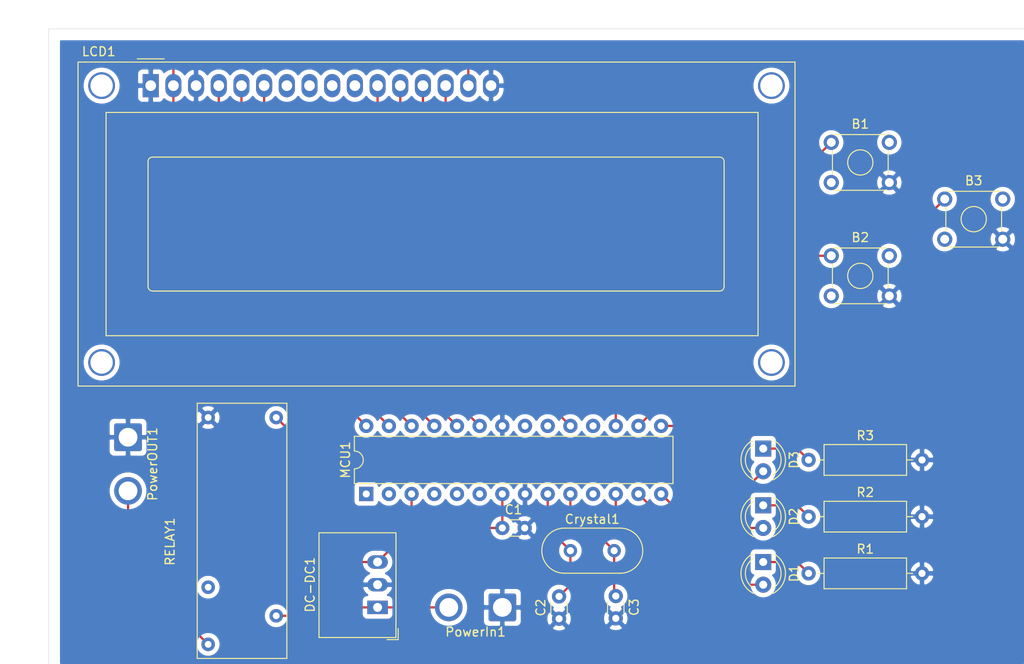
<source format=kicad_pcb>
(kicad_pcb (version 20171130) (host pcbnew 5.1.6-c6e7f7d~86~ubuntu18.04.1)

  (general
    (thickness 1.6)
    (drawings 7)
    (tracks 65)
    (zones 0)
    (modules 19)
    (nets 44)
  )

  (page A4)
  (layers
    (0 F.Cu signal)
    (31 B.Cu signal)
    (32 B.Adhes user hide)
    (33 F.Adhes user hide)
    (34 B.Paste user hide)
    (35 F.Paste user hide)
    (36 B.SilkS user hide)
    (37 F.SilkS user)
    (38 B.Mask user hide)
    (39 F.Mask user hide)
    (40 Dwgs.User user)
    (41 Cmts.User user)
    (42 Eco1.User user hide)
    (43 Eco2.User user hide)
    (44 Edge.Cuts user hide)
    (45 Margin user hide)
    (46 B.CrtYd user hide)
    (47 F.CrtYd user hide)
    (48 B.Fab user hide)
    (49 F.Fab user hide)
  )

  (setup
    (last_trace_width 0.25)
    (trace_clearance 0.2)
    (zone_clearance 0.508)
    (zone_45_only no)
    (trace_min 0.2)
    (via_size 0.8)
    (via_drill 0.4)
    (via_min_size 0.4)
    (via_min_drill 0.3)
    (uvia_size 0.3)
    (uvia_drill 0.1)
    (uvias_allowed no)
    (uvia_min_size 0.2)
    (uvia_min_drill 0.1)
    (edge_width 0.05)
    (segment_width 0.2)
    (pcb_text_width 0.3)
    (pcb_text_size 1.5 1.5)
    (mod_edge_width 0.12)
    (mod_text_size 1 1)
    (mod_text_width 0.15)
    (pad_size 1.524 1.524)
    (pad_drill 0.762)
    (pad_to_mask_clearance 0.05)
    (aux_axis_origin 0 0)
    (visible_elements FFFFFF7F)
    (pcbplotparams
      (layerselection 0x010f0_ffffffff)
      (usegerberextensions false)
      (usegerberattributes true)
      (usegerberadvancedattributes true)
      (creategerberjobfile true)
      (excludeedgelayer true)
      (linewidth 0.100000)
      (plotframeref false)
      (viasonmask false)
      (mode 1)
      (useauxorigin false)
      (hpglpennumber 1)
      (hpglpenspeed 20)
      (hpglpendiameter 15.000000)
      (psnegative false)
      (psa4output false)
      (plotreference true)
      (plotvalue true)
      (plotinvisibletext false)
      (padsonsilk false)
      (subtractmaskfromsilk false)
      (outputformat 1)
      (mirror false)
      (drillshape 0)
      (scaleselection 1)
      (outputdirectory "plots/"))
  )

  (net 0 "")
  (net 1 /BUTTON1)
  (net 2 GND)
  (net 3 "Net-(B1-Pad3)")
  (net 4 /BUTTON2)
  (net 5 "Net-(B2-Pad3)")
  (net 6 /BUTTON3)
  (net 7 "Net-(B3-Pad3)")
  (net 8 +5V)
  (net 9 /CLOCK1)
  (net 10 /CLOCK2)
  (net 11 /LED1)
  (net 12 "Net-(D1-Pad1)")
  (net 13 /LED2)
  (net 14 "Net-(D2-Pad1)")
  (net 15 /LED3)
  (net 16 "Net-(D3-Pad1)")
  (net 17 +12V)
  (net 18 /LCD_D7)
  (net 19 /LCD_D6)
  (net 20 /LCD_D5)
  (net 21 /LCD_D4)
  (net 22 "Net-(LCD1-Pad10)")
  (net 23 "Net-(LCD1-Pad9)")
  (net 24 "Net-(LCD1-Pad8)")
  (net 25 "Net-(LCD1-Pad7)")
  (net 26 /LCD_E)
  (net 27 /LCD_RW)
  (net 28 /LCD_RS)
  (net 29 "Net-(MCU1-Pad11)")
  (net 30 "Net-(MCU1-Pad21)")
  (net 31 "Net-(MCU1-Pad20)")
  (net 32 "Net-(MCU1-Pad6)")
  (net 33 "Net-(MCU1-Pad5)")
  (net 34 "Net-(MCU1-Pad18)")
  (net 35 "Net-(MCU1-Pad4)")
  (net 36 /RELAY)
  (net 37 "Net-(MCU1-Pad2)")
  (net 38 "Net-(MCU1-Pad1)")
  (net 39 "Net-(PowerOUT1-Pad2)")
  (net 40 "Net-(RELAY1-Pad4)")
  (net 41 "Net-(B1-Pad2)")
  (net 42 "Net-(B2-Pad2)")
  (net 43 "Net-(B3-Pad2)")

  (net_class Default "This is the default net class."
    (clearance 0.2)
    (trace_width 0.25)
    (via_dia 0.8)
    (via_drill 0.4)
    (uvia_dia 0.3)
    (uvia_drill 0.1)
    (add_net +12V)
    (add_net +5V)
    (add_net /BUTTON1)
    (add_net /BUTTON2)
    (add_net /BUTTON3)
    (add_net /CLOCK1)
    (add_net /CLOCK2)
    (add_net /LCD_D4)
    (add_net /LCD_D5)
    (add_net /LCD_D6)
    (add_net /LCD_D7)
    (add_net /LCD_E)
    (add_net /LCD_RS)
    (add_net /LCD_RW)
    (add_net /LED1)
    (add_net /LED2)
    (add_net /LED3)
    (add_net /RELAY)
    (add_net GND)
    (add_net "Net-(B1-Pad2)")
    (add_net "Net-(B1-Pad3)")
    (add_net "Net-(B2-Pad2)")
    (add_net "Net-(B2-Pad3)")
    (add_net "Net-(B3-Pad2)")
    (add_net "Net-(B3-Pad3)")
    (add_net "Net-(D1-Pad1)")
    (add_net "Net-(D2-Pad1)")
    (add_net "Net-(D3-Pad1)")
    (add_net "Net-(LCD1-Pad10)")
    (add_net "Net-(LCD1-Pad7)")
    (add_net "Net-(LCD1-Pad8)")
    (add_net "Net-(LCD1-Pad9)")
    (add_net "Net-(MCU1-Pad1)")
    (add_net "Net-(MCU1-Pad11)")
    (add_net "Net-(MCU1-Pad18)")
    (add_net "Net-(MCU1-Pad2)")
    (add_net "Net-(MCU1-Pad20)")
    (add_net "Net-(MCU1-Pad21)")
    (add_net "Net-(MCU1-Pad4)")
    (add_net "Net-(MCU1-Pad5)")
    (add_net "Net-(MCU1-Pad6)")
    (add_net "Net-(PowerOUT1-Pad2)")
    (add_net "Net-(RELAY1-Pad4)")
  )

  (module Display:WC1602A (layer F.Cu) (tedit 5A02FE80) (tstamp 5EE47035)
    (at 115.57 31.75)
    (descr "LCD 16x2 http://www.wincomlcd.com/pdf/WC1602A-SFYLYHTC06.pdf")
    (tags "LCD 16x2 Alphanumeric 16pin")
    (path /5EC8ED82)
    (fp_text reference LCD1 (at -5.82 -3.81) (layer F.SilkS)
      (effects (font (size 1 1) (thickness 0.15)))
    )
    (fp_text value RC1602A (at -4.31 34.66) (layer F.Fab)
      (effects (font (size 1 1) (thickness 0.15)))
    )
    (fp_arc (start 0.20066 8.49884) (end -0.29972 8.49884) (angle 90) (layer F.SilkS) (width 0.12))
    (fp_arc (start 0.20066 22.49932) (end 0.20066 22.9997) (angle 90) (layer F.SilkS) (width 0.12))
    (fp_arc (start 63.70066 22.49932) (end 64.20104 22.49932) (angle 90) (layer F.SilkS) (width 0.12))
    (fp_arc (start 63.7 8.5) (end 63.7 8) (angle 90) (layer F.SilkS) (width 0.12))
    (fp_text user %R (at 30.37 14.74) (layer F.Fab)
      (effects (font (size 1 1) (thickness 0.1)))
    )
    (fp_line (start -8.14 33.64) (end 72.14 33.64) (layer F.SilkS) (width 0.12))
    (fp_line (start 72.14 33.64) (end 72.14 -2.64) (layer F.SilkS) (width 0.12))
    (fp_line (start 72.14 -2.64) (end -7.34 -2.64) (layer F.SilkS) (width 0.12))
    (fp_line (start -8.14 -2.64) (end -8.14 33.64) (layer F.SilkS) (width 0.12))
    (fp_line (start -8.13 -2.64) (end -7.34 -2.64) (layer F.SilkS) (width 0.12))
    (fp_line (start -8.25 -2.75) (end -8.25 33.75) (layer F.CrtYd) (width 0.05))
    (fp_line (start -8.25 33.75) (end 72.25 33.75) (layer F.CrtYd) (width 0.05))
    (fp_line (start 72.25 -2.75) (end 72.25 33.75) (layer F.CrtYd) (width 0.05))
    (fp_line (start -1.5 -3) (end 1.5 -3) (layer F.SilkS) (width 0.12))
    (fp_line (start -8.25 -2.75) (end 72.25 -2.75) (layer F.CrtYd) (width 0.05))
    (fp_line (start 1 -2.5) (end 0 -1.5) (layer F.Fab) (width 0.1))
    (fp_line (start 0 -1.5) (end -1 -2.5) (layer F.Fab) (width 0.1))
    (fp_line (start -1 -2.5) (end -8 -2.5) (layer F.Fab) (width 0.1))
    (fp_line (start 0.2 8) (end 63.7 8) (layer F.SilkS) (width 0.12))
    (fp_line (start -0.29972 22.49932) (end -0.29972 8.5) (layer F.SilkS) (width 0.12))
    (fp_line (start 63.70066 23) (end 0.2 23) (layer F.SilkS) (width 0.12))
    (fp_line (start 64.2 8.5) (end 64.2 22.5) (layer F.SilkS) (width 0.12))
    (fp_line (start -5 3) (end 68 3) (layer F.SilkS) (width 0.12))
    (fp_line (start 68 3) (end 68 28) (layer F.SilkS) (width 0.12))
    (fp_line (start 68 28) (end -5 28) (layer F.SilkS) (width 0.12))
    (fp_line (start -5 28) (end -5 3) (layer F.SilkS) (width 0.12))
    (fp_line (start 1 -2.5) (end 72 -2.5) (layer F.Fab) (width 0.1))
    (fp_line (start 72 -2.5) (end 72 33.5) (layer F.Fab) (width 0.1))
    (fp_line (start 72 33.5) (end -8 33.5) (layer F.Fab) (width 0.1))
    (fp_line (start -8 33.5) (end -8 -2.5) (layer F.Fab) (width 0.1))
    (pad "" thru_hole circle (at 69.5 0) (size 3 3) (drill 2.5) (layers *.Cu *.Mask))
    (pad "" thru_hole circle (at 69.49948 31.0007) (size 3 3) (drill 2.5) (layers *.Cu *.Mask))
    (pad "" thru_hole circle (at -5.4991 31.0007) (size 3 3) (drill 2.5) (layers *.Cu *.Mask))
    (pad "" thru_hole circle (at -5.4991 0) (size 3 3) (drill 2.5) (layers *.Cu *.Mask))
    (pad 16 thru_hole oval (at 38.1 0) (size 1.8 2.6) (drill 1.2) (layers *.Cu *.Mask)
      (net 2 GND))
    (pad 15 thru_hole oval (at 35.56 0) (size 1.8 2.6) (drill 1.2) (layers *.Cu *.Mask)
      (net 8 +5V))
    (pad 14 thru_hole oval (at 33.02 0) (size 1.8 2.6) (drill 1.2) (layers *.Cu *.Mask)
      (net 18 /LCD_D7))
    (pad 13 thru_hole oval (at 30.48 0) (size 1.8 2.6) (drill 1.2) (layers *.Cu *.Mask)
      (net 19 /LCD_D6))
    (pad 12 thru_hole oval (at 27.94 0) (size 1.8 2.6) (drill 1.2) (layers *.Cu *.Mask)
      (net 20 /LCD_D5))
    (pad 11 thru_hole oval (at 25.4 0) (size 1.8 2.6) (drill 1.2) (layers *.Cu *.Mask)
      (net 21 /LCD_D4))
    (pad 10 thru_hole oval (at 22.86 0) (size 1.8 2.6) (drill 1.2) (layers *.Cu *.Mask)
      (net 22 "Net-(LCD1-Pad10)"))
    (pad 9 thru_hole oval (at 20.32 0) (size 1.8 2.6) (drill 1.2) (layers *.Cu *.Mask)
      (net 23 "Net-(LCD1-Pad9)"))
    (pad 8 thru_hole oval (at 17.78 0) (size 1.8 2.6) (drill 1.2) (layers *.Cu *.Mask)
      (net 24 "Net-(LCD1-Pad8)"))
    (pad 7 thru_hole oval (at 15.24 0) (size 1.8 2.6) (drill 1.2) (layers *.Cu *.Mask)
      (net 25 "Net-(LCD1-Pad7)"))
    (pad 6 thru_hole oval (at 12.7 0) (size 1.8 2.6) (drill 1.2) (layers *.Cu *.Mask)
      (net 26 /LCD_E))
    (pad 5 thru_hole oval (at 10.16 0) (size 1.8 2.6) (drill 1.2) (layers *.Cu *.Mask)
      (net 27 /LCD_RW))
    (pad 4 thru_hole oval (at 7.62 0) (size 1.8 2.6) (drill 1.2) (layers *.Cu *.Mask)
      (net 28 /LCD_RS))
    (pad 3 thru_hole oval (at 5.08 0) (size 1.8 2.6) (drill 1.2) (layers *.Cu *.Mask)
      (net 2 GND))
    (pad 2 thru_hole oval (at 2.54 0) (size 1.8 2.6) (drill 1.2) (layers *.Cu *.Mask)
      (net 8 +5V))
    (pad 1 thru_hole rect (at 0 0) (size 1.8 2.6) (drill 1.2) (layers *.Cu *.Mask)
      (net 2 GND))
    (model ${KISYS3DMOD}/Display.3dshapes/WC1602A.wrl
      (at (xyz 0 0 0))
      (scale (xyz 1 1 1))
      (rotate (xyz 0 0 0))
    )
  )

  (module Relay_THT:RELAY_SPDT_Omron_G6RN1 (layer F.Cu) (tedit 5EE41760) (tstamp 5EE470D9)
    (at 130.81 67.31 270)
    (path /5EE49B27)
    (fp_text reference RELAY1 (at 15.494 13.081 90) (layer F.SilkS)
      (effects (font (size 1 1) (thickness 0.15)))
    )
    (fp_text value G6RN (at 14.986 11.438 90) (layer F.Fab)
      (effects (font (size 1 1) (thickness 0.15)))
    )
    (fp_line (start 0 0) (end 0 10.033) (layer F.SilkS) (width 0.12))
    (fp_line (start 28.575 0) (end 0 0) (layer F.SilkS) (width 0.12))
    (fp_line (start 28.575 10.033) (end 28.575 0) (layer F.SilkS) (width 0.12))
    (fp_line (start 0 10.033) (end 28.575 10.033) (layer F.SilkS) (width 0.12))
    (pad 5 thru_hole circle (at 1.6 8.81 270) (size 1.524 1.524) (drill 0.762) (layers *.Cu *.Mask)
      (net 2 GND))
    (pad 4 thru_hole circle (at 20.6 8.81 270) (size 1.524 1.524) (drill 0.762) (layers *.Cu *.Mask)
      (net 40 "Net-(RELAY1-Pad4)"))
    (pad 3 thru_hole circle (at 27 8.81 270) (size 1.524 1.524) (drill 0.762) (layers *.Cu *.Mask)
      (net 39 "Net-(PowerOUT1-Pad2)"))
    (pad 2 thru_hole circle (at 23.8 1.19 270) (size 1.524 1.524) (drill 0.762) (layers *.Cu *.Mask)
      (net 17 +12V))
    (pad 1 thru_hole circle (at 1.6 1.19 270) (size 1.524 1.524) (drill 0.762) (layers *.Cu *.Mask)
      (net 36 /RELAY))
  )

  (module Resistor_THT:R_Axial_DIN0309_L9.0mm_D3.2mm_P12.70mm_Horizontal (layer F.Cu) (tedit 5AE5139B) (tstamp 5EE470CC)
    (at 189.23 73.66)
    (descr "Resistor, Axial_DIN0309 series, Axial, Horizontal, pin pitch=12.7mm, 0.5W = 1/2W, length*diameter=9*3.2mm^2, http://cdn-reichelt.de/documents/datenblatt/B400/1_4W%23YAG.pdf")
    (tags "Resistor Axial_DIN0309 series Axial Horizontal pin pitch 12.7mm 0.5W = 1/2W length 9mm diameter 3.2mm")
    (path /5F016144)
    (fp_text reference R3 (at 6.35 -2.72) (layer F.SilkS)
      (effects (font (size 1 1) (thickness 0.15)))
    )
    (fp_text value R_Small (at 6.35 2.72) (layer F.Fab)
      (effects (font (size 1 1) (thickness 0.15)))
    )
    (fp_line (start 13.75 -1.85) (end -1.05 -1.85) (layer F.CrtYd) (width 0.05))
    (fp_line (start 13.75 1.85) (end 13.75 -1.85) (layer F.CrtYd) (width 0.05))
    (fp_line (start -1.05 1.85) (end 13.75 1.85) (layer F.CrtYd) (width 0.05))
    (fp_line (start -1.05 -1.85) (end -1.05 1.85) (layer F.CrtYd) (width 0.05))
    (fp_line (start 11.66 0) (end 10.97 0) (layer F.SilkS) (width 0.12))
    (fp_line (start 1.04 0) (end 1.73 0) (layer F.SilkS) (width 0.12))
    (fp_line (start 10.97 -1.72) (end 1.73 -1.72) (layer F.SilkS) (width 0.12))
    (fp_line (start 10.97 1.72) (end 10.97 -1.72) (layer F.SilkS) (width 0.12))
    (fp_line (start 1.73 1.72) (end 10.97 1.72) (layer F.SilkS) (width 0.12))
    (fp_line (start 1.73 -1.72) (end 1.73 1.72) (layer F.SilkS) (width 0.12))
    (fp_line (start 12.7 0) (end 10.85 0) (layer F.Fab) (width 0.1))
    (fp_line (start 0 0) (end 1.85 0) (layer F.Fab) (width 0.1))
    (fp_line (start 10.85 -1.6) (end 1.85 -1.6) (layer F.Fab) (width 0.1))
    (fp_line (start 10.85 1.6) (end 10.85 -1.6) (layer F.Fab) (width 0.1))
    (fp_line (start 1.85 1.6) (end 10.85 1.6) (layer F.Fab) (width 0.1))
    (fp_line (start 1.85 -1.6) (end 1.85 1.6) (layer F.Fab) (width 0.1))
    (fp_text user %R (at 6.35 0) (layer F.Fab)
      (effects (font (size 1 1) (thickness 0.15)))
    )
    (pad 2 thru_hole oval (at 12.7 0) (size 1.6 1.6) (drill 0.8) (layers *.Cu *.Mask)
      (net 2 GND))
    (pad 1 thru_hole circle (at 0 0) (size 1.6 1.6) (drill 0.8) (layers *.Cu *.Mask)
      (net 16 "Net-(D3-Pad1)"))
    (model ${KISYS3DMOD}/Resistor_THT.3dshapes/R_Axial_DIN0309_L9.0mm_D3.2mm_P12.70mm_Horizontal.wrl
      (at (xyz 0 0 0))
      (scale (xyz 1 1 1))
      (rotate (xyz 0 0 0))
    )
  )

  (module Resistor_THT:R_Axial_DIN0309_L9.0mm_D3.2mm_P12.70mm_Horizontal (layer F.Cu) (tedit 5AE5139B) (tstamp 5EE470B5)
    (at 189.23 80.01)
    (descr "Resistor, Axial_DIN0309 series, Axial, Horizontal, pin pitch=12.7mm, 0.5W = 1/2W, length*diameter=9*3.2mm^2, http://cdn-reichelt.de/documents/datenblatt/B400/1_4W%23YAG.pdf")
    (tags "Resistor Axial_DIN0309 series Axial Horizontal pin pitch 12.7mm 0.5W = 1/2W length 9mm diameter 3.2mm")
    (path /5F015D21)
    (fp_text reference R2 (at 6.35 -2.72) (layer F.SilkS)
      (effects (font (size 1 1) (thickness 0.15)))
    )
    (fp_text value R_Small (at 6.35 2.72) (layer F.Fab)
      (effects (font (size 1 1) (thickness 0.15)))
    )
    (fp_line (start 13.75 -1.85) (end -1.05 -1.85) (layer F.CrtYd) (width 0.05))
    (fp_line (start 13.75 1.85) (end 13.75 -1.85) (layer F.CrtYd) (width 0.05))
    (fp_line (start -1.05 1.85) (end 13.75 1.85) (layer F.CrtYd) (width 0.05))
    (fp_line (start -1.05 -1.85) (end -1.05 1.85) (layer F.CrtYd) (width 0.05))
    (fp_line (start 11.66 0) (end 10.97 0) (layer F.SilkS) (width 0.12))
    (fp_line (start 1.04 0) (end 1.73 0) (layer F.SilkS) (width 0.12))
    (fp_line (start 10.97 -1.72) (end 1.73 -1.72) (layer F.SilkS) (width 0.12))
    (fp_line (start 10.97 1.72) (end 10.97 -1.72) (layer F.SilkS) (width 0.12))
    (fp_line (start 1.73 1.72) (end 10.97 1.72) (layer F.SilkS) (width 0.12))
    (fp_line (start 1.73 -1.72) (end 1.73 1.72) (layer F.SilkS) (width 0.12))
    (fp_line (start 12.7 0) (end 10.85 0) (layer F.Fab) (width 0.1))
    (fp_line (start 0 0) (end 1.85 0) (layer F.Fab) (width 0.1))
    (fp_line (start 10.85 -1.6) (end 1.85 -1.6) (layer F.Fab) (width 0.1))
    (fp_line (start 10.85 1.6) (end 10.85 -1.6) (layer F.Fab) (width 0.1))
    (fp_line (start 1.85 1.6) (end 10.85 1.6) (layer F.Fab) (width 0.1))
    (fp_line (start 1.85 -1.6) (end 1.85 1.6) (layer F.Fab) (width 0.1))
    (fp_text user %R (at 6.35 0) (layer F.Fab)
      (effects (font (size 1 1) (thickness 0.15)))
    )
    (pad 2 thru_hole oval (at 12.7 0) (size 1.6 1.6) (drill 0.8) (layers *.Cu *.Mask)
      (net 2 GND))
    (pad 1 thru_hole circle (at 0 0) (size 1.6 1.6) (drill 0.8) (layers *.Cu *.Mask)
      (net 14 "Net-(D2-Pad1)"))
    (model ${KISYS3DMOD}/Resistor_THT.3dshapes/R_Axial_DIN0309_L9.0mm_D3.2mm_P12.70mm_Horizontal.wrl
      (at (xyz 0 0 0))
      (scale (xyz 1 1 1))
      (rotate (xyz 0 0 0))
    )
  )

  (module Resistor_THT:R_Axial_DIN0309_L9.0mm_D3.2mm_P12.70mm_Horizontal (layer F.Cu) (tedit 5AE5139B) (tstamp 5EE4709E)
    (at 189.23 86.36)
    (descr "Resistor, Axial_DIN0309 series, Axial, Horizontal, pin pitch=12.7mm, 0.5W = 1/2W, length*diameter=9*3.2mm^2, http://cdn-reichelt.de/documents/datenblatt/B400/1_4W%23YAG.pdf")
    (tags "Resistor Axial_DIN0309 series Axial Horizontal pin pitch 12.7mm 0.5W = 1/2W length 9mm diameter 3.2mm")
    (path /5F00FD46)
    (fp_text reference R1 (at 6.35 -2.72) (layer F.SilkS)
      (effects (font (size 1 1) (thickness 0.15)))
    )
    (fp_text value R_Small (at 6.35 2.72) (layer F.Fab)
      (effects (font (size 1 1) (thickness 0.15)))
    )
    (fp_line (start 13.75 -1.85) (end -1.05 -1.85) (layer F.CrtYd) (width 0.05))
    (fp_line (start 13.75 1.85) (end 13.75 -1.85) (layer F.CrtYd) (width 0.05))
    (fp_line (start -1.05 1.85) (end 13.75 1.85) (layer F.CrtYd) (width 0.05))
    (fp_line (start -1.05 -1.85) (end -1.05 1.85) (layer F.CrtYd) (width 0.05))
    (fp_line (start 11.66 0) (end 10.97 0) (layer F.SilkS) (width 0.12))
    (fp_line (start 1.04 0) (end 1.73 0) (layer F.SilkS) (width 0.12))
    (fp_line (start 10.97 -1.72) (end 1.73 -1.72) (layer F.SilkS) (width 0.12))
    (fp_line (start 10.97 1.72) (end 10.97 -1.72) (layer F.SilkS) (width 0.12))
    (fp_line (start 1.73 1.72) (end 10.97 1.72) (layer F.SilkS) (width 0.12))
    (fp_line (start 1.73 -1.72) (end 1.73 1.72) (layer F.SilkS) (width 0.12))
    (fp_line (start 12.7 0) (end 10.85 0) (layer F.Fab) (width 0.1))
    (fp_line (start 0 0) (end 1.85 0) (layer F.Fab) (width 0.1))
    (fp_line (start 10.85 -1.6) (end 1.85 -1.6) (layer F.Fab) (width 0.1))
    (fp_line (start 10.85 1.6) (end 10.85 -1.6) (layer F.Fab) (width 0.1))
    (fp_line (start 1.85 1.6) (end 10.85 1.6) (layer F.Fab) (width 0.1))
    (fp_line (start 1.85 -1.6) (end 1.85 1.6) (layer F.Fab) (width 0.1))
    (fp_text user %R (at 6.35 0) (layer F.Fab)
      (effects (font (size 1 1) (thickness 0.15)))
    )
    (pad 2 thru_hole oval (at 12.7 0) (size 1.6 1.6) (drill 0.8) (layers *.Cu *.Mask)
      (net 2 GND))
    (pad 1 thru_hole circle (at 0 0) (size 1.6 1.6) (drill 0.8) (layers *.Cu *.Mask)
      (net 12 "Net-(D1-Pad1)"))
    (model ${KISYS3DMOD}/Resistor_THT.3dshapes/R_Axial_DIN0309_L9.0mm_D3.2mm_P12.70mm_Horizontal.wrl
      (at (xyz 0 0 0))
      (scale (xyz 1 1 1))
      (rotate (xyz 0 0 0))
    )
  )

  (module Connector_Wire:SolderWire-1.5sqmm_1x02_P6mm_D1.7mm_OD3mm (layer F.Cu) (tedit 5EB70B43) (tstamp 5EE47087)
    (at 113.03 71.12 270)
    (descr "Soldered wire connection, for 2 times 1.5 mm² wires, basic insulation, conductor diameter 1.7mm, outer diameter 3mm, size source Multi-Contact FLEXI-E 1.5 (https://ec.staubli.com/AcroFiles/Catalogues/TM_Cab-Main-11014119_(en)_hi.pdf), bend radius 3 times outer diameter, generated with kicad-footprint-generator")
    (tags "connector wire 1.5sqmm")
    (path /5EC9166A)
    (attr virtual)
    (fp_text reference PowerOUT1 (at 3 -2.75 90) (layer F.SilkS)
      (effects (font (size 1 1) (thickness 0.15)))
    )
    (fp_text value Barrel_Jack (at 3 2.75 90) (layer F.Fab)
      (effects (font (size 1 1) (thickness 0.15)))
    )
    (fp_line (start 8.25 -2.05) (end 3.75 -2.05) (layer F.CrtYd) (width 0.05))
    (fp_line (start 8.25 2.05) (end 8.25 -2.05) (layer F.CrtYd) (width 0.05))
    (fp_line (start 3.75 2.05) (end 8.25 2.05) (layer F.CrtYd) (width 0.05))
    (fp_line (start 3.75 -2.05) (end 3.75 2.05) (layer F.CrtYd) (width 0.05))
    (fp_line (start 2.25 -2.05) (end -2.25 -2.05) (layer F.CrtYd) (width 0.05))
    (fp_line (start 2.25 2.05) (end 2.25 -2.05) (layer F.CrtYd) (width 0.05))
    (fp_line (start -2.25 2.05) (end 2.25 2.05) (layer F.CrtYd) (width 0.05))
    (fp_line (start -2.25 -2.05) (end -2.25 2.05) (layer F.CrtYd) (width 0.05))
    (fp_circle (center 6 0) (end 7.5 0) (layer F.Fab) (width 0.1))
    (fp_circle (center 0 0) (end 1.5 0) (layer F.Fab) (width 0.1))
    (fp_text user %R (at 3 0) (layer F.Fab)
      (effects (font (size 1 1) (thickness 0.15)))
    )
    (pad 2 thru_hole circle (at 6 0 270) (size 3.1 3.1) (drill 2.1) (layers *.Cu *.Mask)
      (net 39 "Net-(PowerOUT1-Pad2)"))
    (pad 1 thru_hole roundrect (at 0 0 270) (size 3.1 3.1) (drill 2.1) (layers *.Cu *.Mask) (roundrect_rratio 0.08064499999999999)
      (net 2 GND))
    (model ${KISYS3DMOD}/Connector_Wire.3dshapes/SolderWire-1.5sqmm_1x02_P6mm_D1.7mm_OD3mm.wrl
      (at (xyz 0 0 0))
      (scale (xyz 1 1 1))
      (rotate (xyz 0 0 0))
    )
  )

  (module Connector_Wire:SolderWire-1.5sqmm_1x02_P6mm_D1.7mm_OD3mm (layer F.Cu) (tedit 5EB70B43) (tstamp 5EE47076)
    (at 154.94 90.17 180)
    (descr "Soldered wire connection, for 2 times 1.5 mm² wires, basic insulation, conductor diameter 1.7mm, outer diameter 3mm, size source Multi-Contact FLEXI-E 1.5 (https://ec.staubli.com/AcroFiles/Catalogues/TM_Cab-Main-11014119_(en)_hi.pdf), bend radius 3 times outer diameter, generated with kicad-footprint-generator")
    (tags "connector wire 1.5sqmm")
    (path /5ECAE128)
    (attr virtual)
    (fp_text reference PowerIn1 (at 3 -2.75) (layer F.SilkS)
      (effects (font (size 1 1) (thickness 0.15)))
    )
    (fp_text value Barrel_Jack (at 3 2.75) (layer F.Fab)
      (effects (font (size 1 1) (thickness 0.15)))
    )
    (fp_line (start 8.25 -2.05) (end 3.75 -2.05) (layer F.CrtYd) (width 0.05))
    (fp_line (start 8.25 2.05) (end 8.25 -2.05) (layer F.CrtYd) (width 0.05))
    (fp_line (start 3.75 2.05) (end 8.25 2.05) (layer F.CrtYd) (width 0.05))
    (fp_line (start 3.75 -2.05) (end 3.75 2.05) (layer F.CrtYd) (width 0.05))
    (fp_line (start 2.25 -2.05) (end -2.25 -2.05) (layer F.CrtYd) (width 0.05))
    (fp_line (start 2.25 2.05) (end 2.25 -2.05) (layer F.CrtYd) (width 0.05))
    (fp_line (start -2.25 2.05) (end 2.25 2.05) (layer F.CrtYd) (width 0.05))
    (fp_line (start -2.25 -2.05) (end -2.25 2.05) (layer F.CrtYd) (width 0.05))
    (fp_circle (center 6 0) (end 7.5 0) (layer F.Fab) (width 0.1))
    (fp_circle (center 0 0) (end 1.5 0) (layer F.Fab) (width 0.1))
    (fp_text user %R (at 2.54 -5.08 180) (layer F.Fab)
      (effects (font (size 1 1) (thickness 0.15)))
    )
    (pad 2 thru_hole circle (at 6 0 180) (size 3.1 3.1) (drill 2.1) (layers *.Cu *.Mask)
      (net 17 +12V))
    (pad 1 thru_hole roundrect (at 0 0 180) (size 3.1 3.1) (drill 2.1) (layers *.Cu *.Mask) (roundrect_rratio 0.08064499999999999)
      (net 2 GND))
    (model ${KISYS3DMOD}/Connector_Wire.3dshapes/SolderWire-1.5sqmm_1x02_P6mm_D1.7mm_OD3mm.wrl
      (at (xyz 0 0 0))
      (scale (xyz 1 1 1))
      (rotate (xyz 0 0 0))
    )
  )

  (module Package_DIP:DIP-28_W7.62mm (layer F.Cu) (tedit 5A02E8C5) (tstamp 5EE47065)
    (at 139.7 77.47 90)
    (descr "28-lead though-hole mounted DIP package, row spacing 7.62 mm (300 mils)")
    (tags "THT DIP DIL PDIP 2.54mm 7.62mm 300mil")
    (path /5EC8A4A9)
    (fp_text reference MCU1 (at 3.81 -2.33 90) (layer F.SilkS)
      (effects (font (size 1 1) (thickness 0.15)))
    )
    (fp_text value ATmega168PA-PU (at 3.81 35.35 90) (layer F.Fab)
      (effects (font (size 1 1) (thickness 0.15)))
    )
    (fp_line (start 8.7 -1.55) (end -1.1 -1.55) (layer F.CrtYd) (width 0.05))
    (fp_line (start 8.7 34.55) (end 8.7 -1.55) (layer F.CrtYd) (width 0.05))
    (fp_line (start -1.1 34.55) (end 8.7 34.55) (layer F.CrtYd) (width 0.05))
    (fp_line (start -1.1 -1.55) (end -1.1 34.55) (layer F.CrtYd) (width 0.05))
    (fp_line (start 6.46 -1.33) (end 4.81 -1.33) (layer F.SilkS) (width 0.12))
    (fp_line (start 6.46 34.35) (end 6.46 -1.33) (layer F.SilkS) (width 0.12))
    (fp_line (start 1.16 34.35) (end 6.46 34.35) (layer F.SilkS) (width 0.12))
    (fp_line (start 1.16 -1.33) (end 1.16 34.35) (layer F.SilkS) (width 0.12))
    (fp_line (start 2.81 -1.33) (end 1.16 -1.33) (layer F.SilkS) (width 0.12))
    (fp_line (start 0.635 -0.27) (end 1.635 -1.27) (layer F.Fab) (width 0.1))
    (fp_line (start 0.635 34.29) (end 0.635 -0.27) (layer F.Fab) (width 0.1))
    (fp_line (start 6.985 34.29) (end 0.635 34.29) (layer F.Fab) (width 0.1))
    (fp_line (start 6.985 -1.27) (end 6.985 34.29) (layer F.Fab) (width 0.1))
    (fp_line (start 1.635 -1.27) (end 6.985 -1.27) (layer F.Fab) (width 0.1))
    (fp_text user %R (at 3.81 16.51 90) (layer F.Fab)
      (effects (font (size 1 1) (thickness 0.15)))
    )
    (fp_arc (start 3.81 -1.33) (end 2.81 -1.33) (angle -180) (layer F.SilkS) (width 0.12))
    (pad 28 thru_hole oval (at 7.62 0 90) (size 1.6 1.6) (drill 0.8) (layers *.Cu *.Mask)
      (net 28 /LCD_RS))
    (pad 14 thru_hole oval (at 0 33.02 90) (size 1.6 1.6) (drill 0.8) (layers *.Cu *.Mask)
      (net 15 /LED3))
    (pad 27 thru_hole oval (at 7.62 2.54 90) (size 1.6 1.6) (drill 0.8) (layers *.Cu *.Mask)
      (net 27 /LCD_RW))
    (pad 13 thru_hole oval (at 0 30.48 90) (size 1.6 1.6) (drill 0.8) (layers *.Cu *.Mask)
      (net 13 /LED2))
    (pad 26 thru_hole oval (at 7.62 5.08 90) (size 1.6 1.6) (drill 0.8) (layers *.Cu *.Mask)
      (net 26 /LCD_E))
    (pad 12 thru_hole oval (at 0 27.94 90) (size 1.6 1.6) (drill 0.8) (layers *.Cu *.Mask)
      (net 11 /LED1))
    (pad 25 thru_hole oval (at 7.62 7.62 90) (size 1.6 1.6) (drill 0.8) (layers *.Cu *.Mask)
      (net 21 /LCD_D4))
    (pad 11 thru_hole oval (at 0 25.4 90) (size 1.6 1.6) (drill 0.8) (layers *.Cu *.Mask)
      (net 29 "Net-(MCU1-Pad11)"))
    (pad 24 thru_hole oval (at 7.62 10.16 90) (size 1.6 1.6) (drill 0.8) (layers *.Cu *.Mask)
      (net 20 /LCD_D5))
    (pad 10 thru_hole oval (at 0 22.86 90) (size 1.6 1.6) (drill 0.8) (layers *.Cu *.Mask)
      (net 10 /CLOCK2))
    (pad 23 thru_hole oval (at 7.62 12.7 90) (size 1.6 1.6) (drill 0.8) (layers *.Cu *.Mask)
      (net 19 /LCD_D6))
    (pad 9 thru_hole oval (at 0 20.32 90) (size 1.6 1.6) (drill 0.8) (layers *.Cu *.Mask)
      (net 9 /CLOCK1))
    (pad 22 thru_hole oval (at 7.62 15.24 90) (size 1.6 1.6) (drill 0.8) (layers *.Cu *.Mask)
      (net 2 GND))
    (pad 8 thru_hole oval (at 0 17.78 90) (size 1.6 1.6) (drill 0.8) (layers *.Cu *.Mask)
      (net 2 GND))
    (pad 21 thru_hole oval (at 7.62 17.78 90) (size 1.6 1.6) (drill 0.8) (layers *.Cu *.Mask)
      (net 30 "Net-(MCU1-Pad21)"))
    (pad 7 thru_hole oval (at 0 15.24 90) (size 1.6 1.6) (drill 0.8) (layers *.Cu *.Mask)
      (net 8 +5V))
    (pad 20 thru_hole oval (at 7.62 20.32 90) (size 1.6 1.6) (drill 0.8) (layers *.Cu *.Mask)
      (net 31 "Net-(MCU1-Pad20)"))
    (pad 6 thru_hole oval (at 0 12.7 90) (size 1.6 1.6) (drill 0.8) (layers *.Cu *.Mask)
      (net 32 "Net-(MCU1-Pad6)"))
    (pad 19 thru_hole oval (at 7.62 22.86 90) (size 1.6 1.6) (drill 0.8) (layers *.Cu *.Mask)
      (net 18 /LCD_D7))
    (pad 5 thru_hole oval (at 0 10.16 90) (size 1.6 1.6) (drill 0.8) (layers *.Cu *.Mask)
      (net 33 "Net-(MCU1-Pad5)"))
    (pad 18 thru_hole oval (at 7.62 25.4 90) (size 1.6 1.6) (drill 0.8) (layers *.Cu *.Mask)
      (net 34 "Net-(MCU1-Pad18)"))
    (pad 4 thru_hole oval (at 0 7.62 90) (size 1.6 1.6) (drill 0.8) (layers *.Cu *.Mask)
      (net 35 "Net-(MCU1-Pad4)"))
    (pad 17 thru_hole oval (at 7.62 27.94 90) (size 1.6 1.6) (drill 0.8) (layers *.Cu *.Mask)
      (net 1 /BUTTON1))
    (pad 3 thru_hole oval (at 0 5.08 90) (size 1.6 1.6) (drill 0.8) (layers *.Cu *.Mask)
      (net 36 /RELAY))
    (pad 16 thru_hole oval (at 7.62 30.48 90) (size 1.6 1.6) (drill 0.8) (layers *.Cu *.Mask)
      (net 4 /BUTTON2))
    (pad 2 thru_hole oval (at 0 2.54 90) (size 1.6 1.6) (drill 0.8) (layers *.Cu *.Mask)
      (net 37 "Net-(MCU1-Pad2)"))
    (pad 15 thru_hole oval (at 7.62 33.02 90) (size 1.6 1.6) (drill 0.8) (layers *.Cu *.Mask)
      (net 6 /BUTTON3))
    (pad 1 thru_hole rect (at 0 0 90) (size 1.6 1.6) (drill 0.8) (layers *.Cu *.Mask)
      (net 38 "Net-(MCU1-Pad1)"))
    (model ${KISYS3DMOD}/Package_DIP.3dshapes/DIP-28_W7.62mm.wrl
      (at (xyz 0 0 0))
      (scale (xyz 1 1 1))
      (rotate (xyz 0 0 0))
    )
  )

  (module Converter_DCDC:Converter_DCDC_RECOM_R-78E-0.5_THT (layer F.Cu) (tedit 5B741BB0) (tstamp 5EE4777E)
    (at 140.97 90.17 90)
    (descr "DCDC-Converter, RECOM, RECOM_R-78E-0.5, SIP-3, pitch 2.54mm, package size 11.6x8.5x10.4mm^3, https://www.recom-power.com/pdf/Innoline/R-78Exx-0.5.pdf")
    (tags "dc-dc recom buck sip-3 pitch 2.54mm")
    (path /5EC906AF)
    (fp_text reference DC-DC1 (at 2.54 -7.56 90) (layer F.SilkS)
      (effects (font (size 1 1) (thickness 0.15)))
    )
    (fp_text value R-78E5.0-0.5 (at 2.54 3 90) (layer F.Fab)
      (effects (font (size 1 1) (thickness 0.15)))
    )
    (fp_line (start 8.54 -6.75) (end -3.57 -6.75) (layer F.CrtYd) (width 0.05))
    (fp_line (start 8.54 2.25) (end 8.54 -6.75) (layer F.CrtYd) (width 0.05))
    (fp_line (start -3.57 2.25) (end 8.54 2.25) (layer F.CrtYd) (width 0.05))
    (fp_line (start -3.57 -6.75) (end -3.57 2.25) (layer F.CrtYd) (width 0.05))
    (fp_line (start -3.611 2.3) (end -2.371 2.3) (layer F.SilkS) (width 0.12))
    (fp_line (start -3.611 1.06) (end -3.611 2.3) (layer F.SilkS) (width 0.12))
    (fp_line (start 8.35 -6.56) (end 8.35 2.06) (layer F.SilkS) (width 0.12))
    (fp_line (start -3.371 -6.56) (end -3.371 2.06) (layer F.SilkS) (width 0.12))
    (fp_line (start -3.371 2.06) (end 8.35 2.06) (layer F.SilkS) (width 0.12))
    (fp_line (start -3.371 -6.56) (end 8.35 -6.56) (layer F.SilkS) (width 0.12))
    (fp_line (start -3.31 1) (end -3.31 -6.5) (layer F.Fab) (width 0.1))
    (fp_line (start -2.31 2) (end -3.31 1) (layer F.Fab) (width 0.1))
    (fp_line (start 8.29 2) (end -2.31 2) (layer F.Fab) (width 0.1))
    (fp_line (start 8.29 -6.5) (end 8.29 2) (layer F.Fab) (width 0.1))
    (fp_line (start -3.31 -6.5) (end 8.29 -6.5) (layer F.Fab) (width 0.1))
    (fp_text user %R (at 2.54 -2.25 90) (layer F.Fab)
      (effects (font (size 1 1) (thickness 0.15)))
    )
    (pad 3 thru_hole oval (at 5.08 0 90) (size 1.5 2.3) (drill 1) (layers *.Cu *.Mask)
      (net 8 +5V))
    (pad 2 thru_hole oval (at 2.54 0 90) (size 1.5 2.3) (drill 1) (layers *.Cu *.Mask)
      (net 2 GND))
    (pad 1 thru_hole rect (at 0 0 90) (size 1.5 2.3) (drill 1) (layers *.Cu *.Mask)
      (net 17 +12V))
    (model ${KISYS3DMOD}/Converter_DCDC.3dshapes/Converter_DCDC_RECOM_R-78E-0.5_THT.wrl
      (at (xyz 0 0 0))
      (scale (xyz 1 1 1))
      (rotate (xyz 0 0 0))
    )
  )

  (module LED_THT:LED_D4.0mm (layer F.Cu) (tedit 587A3A7B) (tstamp 5EE46FCF)
    (at 184.15 72.39 270)
    (descr "LED, diameter 4.0mm, 2 pins, http://www.kingbright.com/attachments/file/psearch/000/00/00/L-43GD(Ver.12B).pdf")
    (tags "LED diameter 4.0mm 2 pins")
    (path /5F00F499)
    (fp_text reference D3 (at 1.27 -3.46 90) (layer F.SilkS)
      (effects (font (size 1 1) (thickness 0.15)))
    )
    (fp_text value LED (at 1.27 3.46 90) (layer F.Fab)
      (effects (font (size 1 1) (thickness 0.15)))
    )
    (fp_line (start 4 -2.75) (end -1.45 -2.75) (layer F.CrtYd) (width 0.05))
    (fp_line (start 4 2.75) (end 4 -2.75) (layer F.CrtYd) (width 0.05))
    (fp_line (start -1.45 2.75) (end 4 2.75) (layer F.CrtYd) (width 0.05))
    (fp_line (start -1.45 -2.75) (end -1.45 2.75) (layer F.CrtYd) (width 0.05))
    (fp_line (start -0.79 1.08) (end -0.79 1.399) (layer F.SilkS) (width 0.12))
    (fp_line (start -0.79 -1.399) (end -0.79 -1.08) (layer F.SilkS) (width 0.12))
    (fp_line (start -0.73 -1.32665) (end -0.73 1.32665) (layer F.Fab) (width 0.1))
    (fp_circle (center 1.27 0) (end 3.27 0) (layer F.Fab) (width 0.1))
    (fp_arc (start 1.27 0) (end -0.41333 1.08) (angle -114.6) (layer F.SilkS) (width 0.12))
    (fp_arc (start 1.27 0) (end -0.41333 -1.08) (angle 114.6) (layer F.SilkS) (width 0.12))
    (fp_arc (start 1.27 0) (end -0.79 1.398749) (angle -120.1) (layer F.SilkS) (width 0.12))
    (fp_arc (start 1.27 0) (end -0.79 -1.398749) (angle 120.1) (layer F.SilkS) (width 0.12))
    (fp_arc (start 1.27 0) (end -0.73 -1.32665) (angle 292.9) (layer F.Fab) (width 0.1))
    (pad 2 thru_hole circle (at 2.54 0 270) (size 1.8 1.8) (drill 0.9) (layers *.Cu *.Mask)
      (net 15 /LED3))
    (pad 1 thru_hole rect (at 0 0 270) (size 1.8 1.8) (drill 0.9) (layers *.Cu *.Mask)
      (net 16 "Net-(D3-Pad1)"))
    (model ${KISYS3DMOD}/LED_THT.3dshapes/LED_D4.0mm.wrl
      (at (xyz 0 0 0))
      (scale (xyz 1 1 1))
      (rotate (xyz 0 0 0))
    )
  )

  (module LED_THT:LED_D4.0mm (layer F.Cu) (tedit 587A3A7B) (tstamp 5EE46FBC)
    (at 184.15 78.74 270)
    (descr "LED, diameter 4.0mm, 2 pins, http://www.kingbright.com/attachments/file/psearch/000/00/00/L-43GD(Ver.12B).pdf")
    (tags "LED diameter 4.0mm 2 pins")
    (path /5F00DEB0)
    (fp_text reference D2 (at 1.27 -3.46 90) (layer F.SilkS)
      (effects (font (size 1 1) (thickness 0.15)))
    )
    (fp_text value LED (at 1.27 3.46 90) (layer F.Fab)
      (effects (font (size 1 1) (thickness 0.15)))
    )
    (fp_line (start 4 -2.75) (end -1.45 -2.75) (layer F.CrtYd) (width 0.05))
    (fp_line (start 4 2.75) (end 4 -2.75) (layer F.CrtYd) (width 0.05))
    (fp_line (start -1.45 2.75) (end 4 2.75) (layer F.CrtYd) (width 0.05))
    (fp_line (start -1.45 -2.75) (end -1.45 2.75) (layer F.CrtYd) (width 0.05))
    (fp_line (start -0.79 1.08) (end -0.79 1.399) (layer F.SilkS) (width 0.12))
    (fp_line (start -0.79 -1.399) (end -0.79 -1.08) (layer F.SilkS) (width 0.12))
    (fp_line (start -0.73 -1.32665) (end -0.73 1.32665) (layer F.Fab) (width 0.1))
    (fp_circle (center 1.27 0) (end 3.27 0) (layer F.Fab) (width 0.1))
    (fp_arc (start 1.27 0) (end -0.41333 1.08) (angle -114.6) (layer F.SilkS) (width 0.12))
    (fp_arc (start 1.27 0) (end -0.41333 -1.08) (angle 114.6) (layer F.SilkS) (width 0.12))
    (fp_arc (start 1.27 0) (end -0.79 1.398749) (angle -120.1) (layer F.SilkS) (width 0.12))
    (fp_arc (start 1.27 0) (end -0.79 -1.398749) (angle 120.1) (layer F.SilkS) (width 0.12))
    (fp_arc (start 1.27 0) (end -0.73 -1.32665) (angle 292.9) (layer F.Fab) (width 0.1))
    (pad 2 thru_hole circle (at 2.54 0 270) (size 1.8 1.8) (drill 0.9) (layers *.Cu *.Mask)
      (net 13 /LED2))
    (pad 1 thru_hole rect (at 0 0 270) (size 1.8 1.8) (drill 0.9) (layers *.Cu *.Mask)
      (net 14 "Net-(D2-Pad1)"))
    (model ${KISYS3DMOD}/LED_THT.3dshapes/LED_D4.0mm.wrl
      (at (xyz 0 0 0))
      (scale (xyz 1 1 1))
      (rotate (xyz 0 0 0))
    )
  )

  (module LED_THT:LED_D4.0mm (layer F.Cu) (tedit 587A3A7B) (tstamp 5EE46FA9)
    (at 184.15 85.09 270)
    (descr "LED, diameter 4.0mm, 2 pins, http://www.kingbright.com/attachments/file/psearch/000/00/00/L-43GD(Ver.12B).pdf")
    (tags "LED diameter 4.0mm 2 pins")
    (path /5F009EFF)
    (fp_text reference D1 (at 1.27 -3.46 90) (layer F.SilkS)
      (effects (font (size 1 1) (thickness 0.15)))
    )
    (fp_text value LED (at 1.27 3.46 90) (layer F.Fab)
      (effects (font (size 1 1) (thickness 0.15)))
    )
    (fp_line (start 4 -2.75) (end -1.45 -2.75) (layer F.CrtYd) (width 0.05))
    (fp_line (start 4 2.75) (end 4 -2.75) (layer F.CrtYd) (width 0.05))
    (fp_line (start -1.45 2.75) (end 4 2.75) (layer F.CrtYd) (width 0.05))
    (fp_line (start -1.45 -2.75) (end -1.45 2.75) (layer F.CrtYd) (width 0.05))
    (fp_line (start -0.79 1.08) (end -0.79 1.399) (layer F.SilkS) (width 0.12))
    (fp_line (start -0.79 -1.399) (end -0.79 -1.08) (layer F.SilkS) (width 0.12))
    (fp_line (start -0.73 -1.32665) (end -0.73 1.32665) (layer F.Fab) (width 0.1))
    (fp_circle (center 1.27 0) (end 3.27 0) (layer F.Fab) (width 0.1))
    (fp_arc (start 1.27 0) (end -0.41333 1.08) (angle -114.6) (layer F.SilkS) (width 0.12))
    (fp_arc (start 1.27 0) (end -0.41333 -1.08) (angle 114.6) (layer F.SilkS) (width 0.12))
    (fp_arc (start 1.27 0) (end -0.79 1.398749) (angle -120.1) (layer F.SilkS) (width 0.12))
    (fp_arc (start 1.27 0) (end -0.79 -1.398749) (angle 120.1) (layer F.SilkS) (width 0.12))
    (fp_arc (start 1.27 0) (end -0.73 -1.32665) (angle 292.9) (layer F.Fab) (width 0.1))
    (pad 2 thru_hole circle (at 2.54 0 270) (size 1.8 1.8) (drill 0.9) (layers *.Cu *.Mask)
      (net 11 /LED1))
    (pad 1 thru_hole rect (at 0 0 270) (size 1.8 1.8) (drill 0.9) (layers *.Cu *.Mask)
      (net 12 "Net-(D1-Pad1)"))
    (model ${KISYS3DMOD}/LED_THT.3dshapes/LED_D4.0mm.wrl
      (at (xyz 0 0 0))
      (scale (xyz 1 1 1))
      (rotate (xyz 0 0 0))
    )
  )

  (module Crystal:Crystal_HC18-U_Vertical (layer F.Cu) (tedit 5A1AD3B7) (tstamp 5EE46F96)
    (at 162.56 83.82)
    (descr "Crystal THT HC-18/U, http://5hertz.com/pdfs/04404_D.pdf")
    (tags "THT crystalHC-18/U")
    (path /5EC9009D)
    (fp_text reference Crystal1 (at 2.45 -3.525) (layer F.SilkS)
      (effects (font (size 1 1) (thickness 0.15)))
    )
    (fp_text value 8MHz (at 10.16 0 270) (layer F.Fab)
      (effects (font (size 1 1) (thickness 0.15)))
    )
    (fp_line (start 8.4 -2.8) (end -3.5 -2.8) (layer F.CrtYd) (width 0.05))
    (fp_line (start 8.4 2.8) (end 8.4 -2.8) (layer F.CrtYd) (width 0.05))
    (fp_line (start -3.5 2.8) (end 8.4 2.8) (layer F.CrtYd) (width 0.05))
    (fp_line (start -3.5 -2.8) (end -3.5 2.8) (layer F.CrtYd) (width 0.05))
    (fp_line (start -0.675 2.525) (end 5.575 2.525) (layer F.SilkS) (width 0.12))
    (fp_line (start -0.675 -2.525) (end 5.575 -2.525) (layer F.SilkS) (width 0.12))
    (fp_line (start -0.55 2) (end 5.45 2) (layer F.Fab) (width 0.1))
    (fp_line (start -0.55 -2) (end 5.45 -2) (layer F.Fab) (width 0.1))
    (fp_line (start -0.675 2.325) (end 5.575 2.325) (layer F.Fab) (width 0.1))
    (fp_line (start -0.675 -2.325) (end 5.575 -2.325) (layer F.Fab) (width 0.1))
    (fp_arc (start 5.575 0) (end 5.575 -2.525) (angle 180) (layer F.SilkS) (width 0.12))
    (fp_arc (start -0.675 0) (end -0.675 -2.525) (angle -180) (layer F.SilkS) (width 0.12))
    (fp_arc (start 5.45 0) (end 5.45 -2) (angle 180) (layer F.Fab) (width 0.1))
    (fp_arc (start -0.55 0) (end -0.55 -2) (angle -180) (layer F.Fab) (width 0.1))
    (fp_arc (start 5.575 0) (end 5.575 -2.325) (angle 180) (layer F.Fab) (width 0.1))
    (fp_arc (start -0.675 0) (end -0.675 -2.325) (angle -180) (layer F.Fab) (width 0.1))
    (fp_text user %R (at 2.45 0) (layer F.Fab)
      (effects (font (size 1 1) (thickness 0.15)))
    )
    (pad 2 thru_hole circle (at 4.9 0) (size 1.5 1.5) (drill 0.8) (layers *.Cu *.Mask)
      (net 10 /CLOCK2))
    (pad 1 thru_hole circle (at 0 0) (size 1.5 1.5) (drill 0.8) (layers *.Cu *.Mask)
      (net 9 /CLOCK1))
    (model ${KISYS3DMOD}/Crystal.3dshapes/Crystal_HC18-U_Vertical.wrl
      (at (xyz 0 0 0))
      (scale (xyz 1 1 1))
      (rotate (xyz 0 0 0))
    )
  )

  (module Capacitor_THT:C_Disc_D3.0mm_W1.6mm_P2.50mm (layer F.Cu) (tedit 5AE50EF0) (tstamp 5EE46F7F)
    (at 167.64 88.9 270)
    (descr "C, Disc series, Radial, pin pitch=2.50mm, , diameter*width=3.0*1.6mm^2, Capacitor, http://www.vishay.com/docs/45233/krseries.pdf")
    (tags "C Disc series Radial pin pitch 2.50mm  diameter 3.0mm width 1.6mm Capacitor")
    (path /5EE586CC)
    (fp_text reference C3 (at 1.25 -2.05 90) (layer F.SilkS)
      (effects (font (size 1 1) (thickness 0.15)))
    )
    (fp_text value 15pF (at 1.25 2.05 90) (layer F.Fab)
      (effects (font (size 1 1) (thickness 0.15)))
    )
    (fp_line (start 3.55 -1.05) (end -1.05 -1.05) (layer F.CrtYd) (width 0.05))
    (fp_line (start 3.55 1.05) (end 3.55 -1.05) (layer F.CrtYd) (width 0.05))
    (fp_line (start -1.05 1.05) (end 3.55 1.05) (layer F.CrtYd) (width 0.05))
    (fp_line (start -1.05 -1.05) (end -1.05 1.05) (layer F.CrtYd) (width 0.05))
    (fp_line (start 0.621 0.92) (end 1.879 0.92) (layer F.SilkS) (width 0.12))
    (fp_line (start 0.621 -0.92) (end 1.879 -0.92) (layer F.SilkS) (width 0.12))
    (fp_line (start 2.75 -0.8) (end -0.25 -0.8) (layer F.Fab) (width 0.1))
    (fp_line (start 2.75 0.8) (end 2.75 -0.8) (layer F.Fab) (width 0.1))
    (fp_line (start -0.25 0.8) (end 2.75 0.8) (layer F.Fab) (width 0.1))
    (fp_line (start -0.25 -0.8) (end -0.25 0.8) (layer F.Fab) (width 0.1))
    (fp_text user %R (at 1.25 0 90) (layer F.Fab)
      (effects (font (size 0.6 0.6) (thickness 0.09)))
    )
    (pad 2 thru_hole circle (at 2.5 0 270) (size 1.6 1.6) (drill 0.8) (layers *.Cu *.Mask)
      (net 2 GND))
    (pad 1 thru_hole circle (at 0 0 270) (size 1.6 1.6) (drill 0.8) (layers *.Cu *.Mask)
      (net 10 /CLOCK2))
    (model ${KISYS3DMOD}/Capacitor_THT.3dshapes/C_Disc_D3.0mm_W1.6mm_P2.50mm.wrl
      (at (xyz 0 0 0))
      (scale (xyz 1 1 1))
      (rotate (xyz 0 0 0))
    )
  )

  (module Capacitor_THT:C_Disc_D3.0mm_W1.6mm_P2.50mm (layer F.Cu) (tedit 5AE50EF0) (tstamp 5EE46F6E)
    (at 161.29 91.44 90)
    (descr "C, Disc series, Radial, pin pitch=2.50mm, , diameter*width=3.0*1.6mm^2, Capacitor, http://www.vishay.com/docs/45233/krseries.pdf")
    (tags "C Disc series Radial pin pitch 2.50mm  diameter 3.0mm width 1.6mm Capacitor")
    (path /5EE54E69)
    (fp_text reference C2 (at 1.25 -2.05 90) (layer F.SilkS)
      (effects (font (size 1 1) (thickness 0.15)))
    )
    (fp_text value 15pF (at 1.25 2.05 90) (layer F.Fab)
      (effects (font (size 1 1) (thickness 0.15)))
    )
    (fp_line (start 3.55 -1.05) (end -1.05 -1.05) (layer F.CrtYd) (width 0.05))
    (fp_line (start 3.55 1.05) (end 3.55 -1.05) (layer F.CrtYd) (width 0.05))
    (fp_line (start -1.05 1.05) (end 3.55 1.05) (layer F.CrtYd) (width 0.05))
    (fp_line (start -1.05 -1.05) (end -1.05 1.05) (layer F.CrtYd) (width 0.05))
    (fp_line (start 0.621 0.92) (end 1.879 0.92) (layer F.SilkS) (width 0.12))
    (fp_line (start 0.621 -0.92) (end 1.879 -0.92) (layer F.SilkS) (width 0.12))
    (fp_line (start 2.75 -0.8) (end -0.25 -0.8) (layer F.Fab) (width 0.1))
    (fp_line (start 2.75 0.8) (end 2.75 -0.8) (layer F.Fab) (width 0.1))
    (fp_line (start -0.25 0.8) (end 2.75 0.8) (layer F.Fab) (width 0.1))
    (fp_line (start -0.25 -0.8) (end -0.25 0.8) (layer F.Fab) (width 0.1))
    (fp_text user %R (at 1.25 0 90) (layer F.Fab)
      (effects (font (size 0.6 0.6) (thickness 0.09)))
    )
    (pad 2 thru_hole circle (at 2.5 0 90) (size 1.6 1.6) (drill 0.8) (layers *.Cu *.Mask)
      (net 9 /CLOCK1))
    (pad 1 thru_hole circle (at 0 0 90) (size 1.6 1.6) (drill 0.8) (layers *.Cu *.Mask)
      (net 2 GND))
    (model ${KISYS3DMOD}/Capacitor_THT.3dshapes/C_Disc_D3.0mm_W1.6mm_P2.50mm.wrl
      (at (xyz 0 0 0))
      (scale (xyz 1 1 1))
      (rotate (xyz 0 0 0))
    )
  )

  (module Capacitor_THT:C_Disc_D3.0mm_W1.6mm_P2.50mm (layer F.Cu) (tedit 5AE50EF0) (tstamp 5EE46F5D)
    (at 154.94 81.28)
    (descr "C, Disc series, Radial, pin pitch=2.50mm, , diameter*width=3.0*1.6mm^2, Capacitor, http://www.vishay.com/docs/45233/krseries.pdf")
    (tags "C Disc series Radial pin pitch 2.50mm  diameter 3.0mm width 1.6mm Capacitor")
    (path /5EE59856)
    (fp_text reference C1 (at 1.25 -2.05) (layer F.SilkS)
      (effects (font (size 1 1) (thickness 0.15)))
    )
    (fp_text value 100nF (at 1.25 2.05) (layer F.Fab)
      (effects (font (size 1 1) (thickness 0.15)))
    )
    (fp_line (start 3.55 -1.05) (end -1.05 -1.05) (layer F.CrtYd) (width 0.05))
    (fp_line (start 3.55 1.05) (end 3.55 -1.05) (layer F.CrtYd) (width 0.05))
    (fp_line (start -1.05 1.05) (end 3.55 1.05) (layer F.CrtYd) (width 0.05))
    (fp_line (start -1.05 -1.05) (end -1.05 1.05) (layer F.CrtYd) (width 0.05))
    (fp_line (start 0.621 0.92) (end 1.879 0.92) (layer F.SilkS) (width 0.12))
    (fp_line (start 0.621 -0.92) (end 1.879 -0.92) (layer F.SilkS) (width 0.12))
    (fp_line (start 2.75 -0.8) (end -0.25 -0.8) (layer F.Fab) (width 0.1))
    (fp_line (start 2.75 0.8) (end 2.75 -0.8) (layer F.Fab) (width 0.1))
    (fp_line (start -0.25 0.8) (end 2.75 0.8) (layer F.Fab) (width 0.1))
    (fp_line (start -0.25 -0.8) (end -0.25 0.8) (layer F.Fab) (width 0.1))
    (fp_text user %R (at 1.25 0) (layer F.Fab)
      (effects (font (size 0.6 0.6) (thickness 0.09)))
    )
    (pad 2 thru_hole circle (at 2.5 0) (size 1.6 1.6) (drill 0.8) (layers *.Cu *.Mask)
      (net 2 GND))
    (pad 1 thru_hole circle (at 0 0) (size 1.6 1.6) (drill 0.8) (layers *.Cu *.Mask)
      (net 8 +5V))
    (model ${KISYS3DMOD}/Capacitor_THT.3dshapes/C_Disc_D3.0mm_W1.6mm_P2.50mm.wrl
      (at (xyz 0 0 0))
      (scale (xyz 1 1 1))
      (rotate (xyz 0 0 0))
    )
  )

  (module Button_Switch_THT:SW_TH_Tactile_Omron_B3F-10xx (layer F.Cu) (tedit 5D84F0EF) (tstamp 5EE46F4C)
    (at 204.47 44.45)
    (descr SW_TH_Tactile_Omron_B3F-10xx_https://www.omron.com/ecb/products/pdf/en-b3f.pdf)
    (tags "Omron B3F-10xx")
    (path /5EF5C3C0)
    (fp_text reference B3 (at 3.25 -2.05) (layer F.SilkS)
      (effects (font (size 1 1) (thickness 0.15)))
    )
    (fp_text value Button (at 3.2 6.5) (layer F.Fab)
      (effects (font (size 1 1) (thickness 0.15)))
    )
    (fp_line (start -1.1 -1.1) (end 7.6 -1.1) (layer F.CrtYd) (width 0.05))
    (fp_line (start 0.25 5.25) (end 6.25 5.25) (layer F.Fab) (width 0.1))
    (fp_line (start 6.37 0.91) (end 6.37 3.59) (layer F.SilkS) (width 0.12))
    (fp_line (start 0.13 3.59) (end 0.13 0.91) (layer F.SilkS) (width 0.12))
    (fp_line (start 0.28 -0.87) (end 6.22 -0.87) (layer F.SilkS) (width 0.12))
    (fp_line (start 0.28 5.37) (end 6.22 5.37) (layer F.SilkS) (width 0.12))
    (fp_circle (center 3.25 2.25) (end 4.25 3.25) (layer F.SilkS) (width 0.12))
    (fp_line (start -1.1 -1.1) (end -1.1 5.6) (layer F.CrtYd) (width 0.05))
    (fp_line (start -1.1 5.6) (end 7.6 5.6) (layer F.CrtYd) (width 0.05))
    (fp_line (start 7.6 5.6) (end 7.6 -1.1) (layer F.CrtYd) (width 0.05))
    (fp_line (start 0.25 -0.75) (end 6.25 -0.75) (layer F.Fab) (width 0.1))
    (fp_line (start 6.25 -0.75) (end 6.25 5.25) (layer F.Fab) (width 0.1))
    (fp_line (start 0.25 -0.75) (end 0.25 5.25) (layer F.Fab) (width 0.1))
    (fp_text user %R (at 3.25 2.25) (layer F.Fab)
      (effects (font (size 1 1) (thickness 0.15)))
    )
    (pad 1 thru_hole circle (at 0 0) (size 1.7 1.7) (drill 1) (layers *.Cu *.Mask)
      (net 6 /BUTTON3))
    (pad 2 thru_hole circle (at 6.5 0) (size 1.7 1.7) (drill 1) (layers *.Cu *.Mask)
      (net 43 "Net-(B3-Pad2)"))
    (pad 3 thru_hole circle (at 0 4.5) (size 1.7 1.7) (drill 1) (layers *.Cu *.Mask)
      (net 7 "Net-(B3-Pad3)"))
    (pad 4 thru_hole circle (at 6.5 4.5) (size 1.7 1.7) (drill 1) (layers *.Cu *.Mask)
      (net 2 GND))
    (model ${KISYS3DMOD}/Button_Switch_THT.3dshapes/SW_TH_Tactile_Omron_B3F-10xx.wrl
      (at (xyz 0 0 0))
      (scale (xyz 1 1 1))
      (rotate (xyz 0 0 0))
    )
  )

  (module Button_Switch_THT:SW_TH_Tactile_Omron_B3F-10xx (layer F.Cu) (tedit 5D84F0EF) (tstamp 5EE46F36)
    (at 191.77 50.8)
    (descr SW_TH_Tactile_Omron_B3F-10xx_https://www.omron.com/ecb/products/pdf/en-b3f.pdf)
    (tags "Omron B3F-10xx")
    (path /5EF5BF32)
    (fp_text reference B2 (at 3.25 -2.05) (layer F.SilkS)
      (effects (font (size 1 1) (thickness 0.15)))
    )
    (fp_text value Button (at 3.2 6.5) (layer F.Fab)
      (effects (font (size 1 1) (thickness 0.15)))
    )
    (fp_line (start -1.1 -1.1) (end 7.6 -1.1) (layer F.CrtYd) (width 0.05))
    (fp_line (start 0.25 5.25) (end 6.25 5.25) (layer F.Fab) (width 0.1))
    (fp_line (start 6.37 0.91) (end 6.37 3.59) (layer F.SilkS) (width 0.12))
    (fp_line (start 0.13 3.59) (end 0.13 0.91) (layer F.SilkS) (width 0.12))
    (fp_line (start 0.28 -0.87) (end 6.22 -0.87) (layer F.SilkS) (width 0.12))
    (fp_line (start 0.28 5.37) (end 6.22 5.37) (layer F.SilkS) (width 0.12))
    (fp_circle (center 3.25 2.25) (end 4.25 3.25) (layer F.SilkS) (width 0.12))
    (fp_line (start -1.1 -1.1) (end -1.1 5.6) (layer F.CrtYd) (width 0.05))
    (fp_line (start -1.1 5.6) (end 7.6 5.6) (layer F.CrtYd) (width 0.05))
    (fp_line (start 7.6 5.6) (end 7.6 -1.1) (layer F.CrtYd) (width 0.05))
    (fp_line (start 0.25 -0.75) (end 6.25 -0.75) (layer F.Fab) (width 0.1))
    (fp_line (start 6.25 -0.75) (end 6.25 5.25) (layer F.Fab) (width 0.1))
    (fp_line (start 0.25 -0.75) (end 0.25 5.25) (layer F.Fab) (width 0.1))
    (fp_text user %R (at 3.25 2.25) (layer F.Fab)
      (effects (font (size 1 1) (thickness 0.15)))
    )
    (pad 1 thru_hole circle (at 0 0) (size 1.7 1.7) (drill 1) (layers *.Cu *.Mask)
      (net 4 /BUTTON2))
    (pad 2 thru_hole circle (at 6.5 0) (size 1.7 1.7) (drill 1) (layers *.Cu *.Mask)
      (net 42 "Net-(B2-Pad2)"))
    (pad 3 thru_hole circle (at 0 4.5) (size 1.7 1.7) (drill 1) (layers *.Cu *.Mask)
      (net 5 "Net-(B2-Pad3)"))
    (pad 4 thru_hole circle (at 6.5 4.5) (size 1.7 1.7) (drill 1) (layers *.Cu *.Mask)
      (net 2 GND))
    (model ${KISYS3DMOD}/Button_Switch_THT.3dshapes/SW_TH_Tactile_Omron_B3F-10xx.wrl
      (at (xyz 0 0 0))
      (scale (xyz 1 1 1))
      (rotate (xyz 0 0 0))
    )
  )

  (module Button_Switch_THT:SW_TH_Tactile_Omron_B3F-10xx (layer F.Cu) (tedit 5D84F0EF) (tstamp 5EE46F20)
    (at 191.77 38.1)
    (descr SW_TH_Tactile_Omron_B3F-10xx_https://www.omron.com/ecb/products/pdf/en-b3f.pdf)
    (tags "Omron B3F-10xx")
    (path /5EF564D4)
    (fp_text reference B1 (at 3.25 -2.05) (layer F.SilkS)
      (effects (font (size 1 1) (thickness 0.15)))
    )
    (fp_text value Button (at 3.2 6.5) (layer F.Fab)
      (effects (font (size 1 1) (thickness 0.15)))
    )
    (fp_line (start -1.1 -1.1) (end 7.6 -1.1) (layer F.CrtYd) (width 0.05))
    (fp_line (start 0.25 5.25) (end 6.25 5.25) (layer F.Fab) (width 0.1))
    (fp_line (start 6.37 0.91) (end 6.37 3.59) (layer F.SilkS) (width 0.12))
    (fp_line (start 0.13 3.59) (end 0.13 0.91) (layer F.SilkS) (width 0.12))
    (fp_line (start 0.28 -0.87) (end 6.22 -0.87) (layer F.SilkS) (width 0.12))
    (fp_line (start 0.28 5.37) (end 6.22 5.37) (layer F.SilkS) (width 0.12))
    (fp_circle (center 3.25 2.25) (end 4.25 3.25) (layer F.SilkS) (width 0.12))
    (fp_line (start -1.1 -1.1) (end -1.1 5.6) (layer F.CrtYd) (width 0.05))
    (fp_line (start -1.1 5.6) (end 7.6 5.6) (layer F.CrtYd) (width 0.05))
    (fp_line (start 7.6 5.6) (end 7.6 -1.1) (layer F.CrtYd) (width 0.05))
    (fp_line (start 0.25 -0.75) (end 6.25 -0.75) (layer F.Fab) (width 0.1))
    (fp_line (start 6.25 -0.75) (end 6.25 5.25) (layer F.Fab) (width 0.1))
    (fp_line (start 0.25 -0.75) (end 0.25 5.25) (layer F.Fab) (width 0.1))
    (fp_text user %R (at 3.25 2.25) (layer F.Fab)
      (effects (font (size 1 1) (thickness 0.15)))
    )
    (pad 1 thru_hole circle (at 0 0) (size 1.7 1.7) (drill 1) (layers *.Cu *.Mask)
      (net 1 /BUTTON1))
    (pad 2 thru_hole circle (at 6.5 0) (size 1.7 1.7) (drill 1) (layers *.Cu *.Mask)
      (net 41 "Net-(B1-Pad2)"))
    (pad 3 thru_hole circle (at 0 4.5) (size 1.7 1.7) (drill 1) (layers *.Cu *.Mask)
      (net 3 "Net-(B1-Pad3)"))
    (pad 4 thru_hole circle (at 6.5 4.5) (size 1.7 1.7) (drill 1) (layers *.Cu *.Mask)
      (net 2 GND))
    (model ${KISYS3DMOD}/Button_Switch_THT.3dshapes/SW_TH_Tactile_Omron_B3F-10xx.wrl
      (at (xyz 0 0 0))
      (scale (xyz 1 1 1))
      (rotate (xyz 0 0 0))
    )
  )

  (dimension 69.867861 (width 0.15) (layer Dwgs.User)
    (gr_text "69.868 mm" (at 100.059197 61.522955 270.0874839) (layer Dwgs.User)
      (effects (font (size 1 1) (thickness 0.15)))
    )
    (feature1 (pts (xy 105.32872 96.44888) (xy 100.826115 96.455755)))
    (feature2 (pts (xy 105.22204 26.5811) (xy 100.719435 26.587975)))
    (crossbar (pts (xy 101.305855 26.58708) (xy 101.412535 96.45486)))
    (arrow1a (pts (xy 101.412535 96.45486) (xy 100.824395 95.329253)))
    (arrow1b (pts (xy 101.412535 96.45486) (xy 101.997235 95.327462)))
    (arrow2a (pts (xy 101.305855 26.58708) (xy 100.721155 27.714478)))
    (arrow2b (pts (xy 101.305855 26.58708) (xy 101.893995 27.712687)))
  )
  (dimension 107.719081 (width 0.15) (layer Dwgs.User)
    (gr_text "107.719 mm" (at 159.396768 22.859845 359.8838117) (layer Dwgs.User)
      (effects (font (size 1 1) (thickness 0.15)))
    )
    (feature1 (pts (xy 213.24824 26.89352) (xy 213.254751 23.682643)))
    (feature2 (pts (xy 105.52938 26.67508) (xy 105.535891 23.464203)))
    (crossbar (pts (xy 105.534702 24.050622) (xy 213.253562 24.269062)))
    (arrow1a (pts (xy 213.253562 24.269062) (xy 212.125871 24.853197)))
    (arrow1b (pts (xy 213.253562 24.269062) (xy 212.12825 23.680358)))
    (arrow2a (pts (xy 105.534702 24.050622) (xy 106.660014 24.639326)))
    (arrow2b (pts (xy 105.534702 24.050622) (xy 106.662393 23.466487)))
  )
  (gr_text "RouterPower V. 1.0\naamleshi 6/12/2020" (at 200.66 30.48) (layer F.Cu)
    (effects (font (size 1.5 1.5) (thickness 0.3)))
  )
  (gr_line (start 214.63 25.4) (end 104.14 25.4) (layer Edge.Cuts) (width 0.05) (tstamp 5EE4CFA0))
  (gr_line (start 214.63 97.79) (end 214.63 25.4) (layer Edge.Cuts) (width 0.05))
  (gr_line (start 104.14 97.79) (end 214.63 97.79) (layer Edge.Cuts) (width 0.05))
  (gr_line (start 104.14 25.4) (end 104.14 97.79) (layer Edge.Cuts) (width 0.05))

  (segment (start 167.64 62.23) (end 191.77 38.1) (width 0.25) (layer F.Cu) (net 1))
  (segment (start 167.64 69.85) (end 167.64 62.23) (width 0.25) (layer F.Cu) (net 1))
  (segment (start 189.23 50.8) (end 191.77 50.8) (width 0.25) (layer F.Cu) (net 4))
  (segment (start 170.18 69.85) (end 189.23 50.8) (width 0.25) (layer F.Cu) (net 4))
  (segment (start 172.72 69.85) (end 201.93 69.85) (width 0.25) (layer F.Cu) (net 6))
  (segment (start 201.93 46.99) (end 204.47 44.45) (width 0.25) (layer F.Cu) (net 6))
  (segment (start 201.93 69.85) (end 201.93 46.99) (width 0.25) (layer F.Cu) (net 6))
  (segment (start 154.94 77.47) (end 154.94 81.28) (width 0.25) (layer F.Cu) (net 8))
  (segment (start 144.78 81.28) (end 140.97 85.09) (width 0.25) (layer F.Cu) (net 8))
  (segment (start 154.94 81.28) (end 144.78 81.28) (width 0.25) (layer F.Cu) (net 8))
  (segment (start 118.11 59.69) (end 118.11 31.75) (width 0.25) (layer F.Cu) (net 8))
  (segment (start 125.73 76.2) (end 125.73 67.31) (width 0.25) (layer F.Cu) (net 8))
  (segment (start 140.97 85.09) (end 134.62 85.09) (width 0.25) (layer F.Cu) (net 8))
  (segment (start 125.73 67.31) (end 118.11 59.69) (width 0.25) (layer F.Cu) (net 8))
  (segment (start 134.62 85.09) (end 125.73 76.2) (width 0.25) (layer F.Cu) (net 8))
  (segment (start 118.11 31.75) (end 118.11 27.94) (width 0.25) (layer F.Cu) (net 8))
  (segment (start 118.11 27.94) (end 151.13 27.94) (width 0.25) (layer F.Cu) (net 8))
  (segment (start 151.13 27.94) (end 151.13 31.75) (width 0.25) (layer F.Cu) (net 8))
  (segment (start 160.02 81.28) (end 162.56 83.82) (width 0.25) (layer F.Cu) (net 9))
  (segment (start 160.02 77.47) (end 160.02 81.28) (width 0.25) (layer F.Cu) (net 9))
  (segment (start 162.56 87.67) (end 161.29 88.94) (width 0.25) (layer F.Cu) (net 9))
  (segment (start 162.56 83.82) (end 162.56 87.67) (width 0.25) (layer F.Cu) (net 9))
  (segment (start 162.56 78.92) (end 167.46 83.82) (width 0.25) (layer F.Cu) (net 10))
  (segment (start 162.56 77.47) (end 162.56 78.92) (width 0.25) (layer F.Cu) (net 10))
  (segment (start 167.46 88.72) (end 167.64 88.9) (width 0.25) (layer F.Cu) (net 10))
  (segment (start 167.46 83.82) (end 167.46 88.72) (width 0.25) (layer F.Cu) (net 10))
  (segment (start 167.64 77.47) (end 167.64 80.01) (width 0.25) (layer F.Cu) (net 11))
  (segment (start 175.26 87.63) (end 184.15 87.63) (width 0.25) (layer F.Cu) (net 11))
  (segment (start 167.64 80.01) (end 175.26 87.63) (width 0.25) (layer F.Cu) (net 11))
  (segment (start 187.96 85.09) (end 189.23 86.36) (width 0.25) (layer F.Cu) (net 12))
  (segment (start 184.15 85.09) (end 187.96 85.09) (width 0.25) (layer F.Cu) (net 12))
  (segment (start 173.99 81.28) (end 184.15 81.28) (width 0.25) (layer F.Cu) (net 13))
  (segment (start 170.18 77.47) (end 173.99 81.28) (width 0.25) (layer F.Cu) (net 13))
  (segment (start 187.96 78.74) (end 189.23 80.01) (width 0.25) (layer F.Cu) (net 14))
  (segment (start 184.15 78.74) (end 187.96 78.74) (width 0.25) (layer F.Cu) (net 14))
  (segment (start 172.72 77.47) (end 175.26 80.01) (width 0.25) (layer F.Cu) (net 15))
  (segment (start 175.26 80.01) (end 180.34 80.01) (width 0.25) (layer F.Cu) (net 15))
  (segment (start 180.34 78.74) (end 184.15 74.93) (width 0.25) (layer F.Cu) (net 15))
  (segment (start 180.34 80.01) (end 180.34 78.74) (width 0.25) (layer F.Cu) (net 15))
  (segment (start 187.96 72.39) (end 189.23 73.66) (width 0.25) (layer F.Cu) (net 16))
  (segment (start 184.15 72.39) (end 187.96 72.39) (width 0.25) (layer F.Cu) (net 16))
  (segment (start 140.97 90.17) (end 148.94 90.17) (width 0.25) (layer F.Cu) (net 17))
  (segment (start 140.97 90.17) (end 135.89 90.17) (width 0.25) (layer F.Cu) (net 17))
  (segment (start 134.95 91.11) (end 129.62 91.11) (width 0.25) (layer F.Cu) (net 17))
  (segment (start 135.89 90.17) (end 134.95 91.11) (width 0.25) (layer F.Cu) (net 17))
  (segment (start 148.59 55.88) (end 162.56 69.85) (width 0.25) (layer F.Cu) (net 18))
  (segment (start 148.59 31.75) (end 148.59 55.88) (width 0.25) (layer F.Cu) (net 18))
  (segment (start 146.05 63.5) (end 152.4 69.85) (width 0.25) (layer F.Cu) (net 19))
  (segment (start 146.05 31.75) (end 146.05 63.5) (width 0.25) (layer F.Cu) (net 19))
  (segment (start 143.51 63.5) (end 149.86 69.85) (width 0.25) (layer F.Cu) (net 20))
  (segment (start 143.51 31.75) (end 143.51 63.5) (width 0.25) (layer F.Cu) (net 20))
  (segment (start 140.97 63.5) (end 147.32 69.85) (width 0.25) (layer F.Cu) (net 21))
  (segment (start 140.97 31.75) (end 140.97 63.5) (width 0.25) (layer F.Cu) (net 21))
  (segment (start 128.27 53.34) (end 144.78 69.85) (width 0.25) (layer F.Cu) (net 26))
  (segment (start 128.27 31.75) (end 128.27 53.34) (width 0.25) (layer F.Cu) (net 26))
  (segment (start 125.73 53.34) (end 142.24 69.85) (width 0.25) (layer F.Cu) (net 27))
  (segment (start 125.73 31.75) (end 125.73 53.34) (width 0.25) (layer F.Cu) (net 27))
  (segment (start 123.19 53.34) (end 139.7 69.85) (width 0.25) (layer F.Cu) (net 28))
  (segment (start 123.19 31.75) (end 123.19 53.34) (width 0.25) (layer F.Cu) (net 28))
  (segment (start 134.62 73.91) (end 129.62 68.91) (width 0.25) (layer F.Cu) (net 36))
  (segment (start 134.62 80.01) (end 134.62 73.91) (width 0.25) (layer F.Cu) (net 36))
  (segment (start 144.78 77.47) (end 144.78 80.01) (width 0.25) (layer F.Cu) (net 36))
  (segment (start 144.78 80.01) (end 134.62 80.01) (width 0.25) (layer F.Cu) (net 36))
  (segment (start 113.03 85.34) (end 122 94.31) (width 0.25) (layer F.Cu) (net 39))
  (segment (start 113.03 77.12) (end 113.03 85.34) (width 0.25) (layer F.Cu) (net 39))

  (zone (net 2) (net_name GND) (layer B.Cu) (tstamp 5EE4E7DC) (hatch edge 0.508)
    (connect_pads (clearance 0.508))
    (min_thickness 0.254)
    (fill yes (arc_segments 32) (thermal_gap 0.508) (thermal_bridge_width 0.508))
    (polygon
      (pts
        (xy 213.36 96.52) (xy 105.41 96.52) (xy 105.41 26.67) (xy 213.36 26.67)
      )
    )
    (filled_polygon
      (pts
        (xy 213.233 96.393) (xy 105.537 96.393) (xy 105.537 94.172408) (xy 120.603 94.172408) (xy 120.603 94.447592)
        (xy 120.656686 94.71749) (xy 120.761995 94.971727) (xy 120.91488 95.200535) (xy 121.109465 95.39512) (xy 121.338273 95.548005)
        (xy 121.59251 95.653314) (xy 121.862408 95.707) (xy 122.137592 95.707) (xy 122.40749 95.653314) (xy 122.661727 95.548005)
        (xy 122.890535 95.39512) (xy 123.08512 95.200535) (xy 123.238005 94.971727) (xy 123.343314 94.71749) (xy 123.397 94.447592)
        (xy 123.397 94.172408) (xy 123.343314 93.90251) (xy 123.238005 93.648273) (xy 123.08512 93.419465) (xy 122.890535 93.22488)
        (xy 122.661727 93.071995) (xy 122.40749 92.966686) (xy 122.137592 92.913) (xy 121.862408 92.913) (xy 121.59251 92.966686)
        (xy 121.338273 93.071995) (xy 121.109465 93.22488) (xy 120.91488 93.419465) (xy 120.761995 93.648273) (xy 120.656686 93.90251)
        (xy 120.603 94.172408) (xy 105.537 94.172408) (xy 105.537 90.972408) (xy 128.223 90.972408) (xy 128.223 91.247592)
        (xy 128.276686 91.51749) (xy 128.381995 91.771727) (xy 128.53488 92.000535) (xy 128.729465 92.19512) (xy 128.958273 92.348005)
        (xy 129.21251 92.453314) (xy 129.482408 92.507) (xy 129.757592 92.507) (xy 130.02749 92.453314) (xy 130.077251 92.432702)
        (xy 160.476903 92.432702) (xy 160.548486 92.676671) (xy 160.803996 92.797571) (xy 161.078184 92.8663) (xy 161.360512 92.880217)
        (xy 161.64013 92.838787) (xy 161.906292 92.743603) (xy 162.031514 92.676671) (xy 162.103097 92.432702) (xy 162.063097 92.392702)
        (xy 166.826903 92.392702) (xy 166.898486 92.636671) (xy 167.153996 92.757571) (xy 167.428184 92.8263) (xy 167.710512 92.840217)
        (xy 167.99013 92.798787) (xy 168.256292 92.703603) (xy 168.381514 92.636671) (xy 168.453097 92.392702) (xy 167.64 91.579605)
        (xy 166.826903 92.392702) (xy 162.063097 92.392702) (xy 161.29 91.619605) (xy 160.476903 92.432702) (xy 130.077251 92.432702)
        (xy 130.281727 92.348005) (xy 130.510535 92.19512) (xy 130.70512 92.000535) (xy 130.858005 91.771727) (xy 130.963314 91.51749)
        (xy 131.017 91.247592) (xy 131.017 90.972408) (xy 130.963314 90.70251) (xy 130.858005 90.448273) (xy 130.70512 90.219465)
        (xy 130.510535 90.02488) (xy 130.281727 89.871995) (xy 130.02749 89.766686) (xy 129.757592 89.713) (xy 129.482408 89.713)
        (xy 129.21251 89.766686) (xy 128.958273 89.871995) (xy 128.729465 90.02488) (xy 128.53488 90.219465) (xy 128.381995 90.448273)
        (xy 128.276686 90.70251) (xy 128.223 90.972408) (xy 105.537 90.972408) (xy 105.537 89.42) (xy 139.181928 89.42)
        (xy 139.181928 90.92) (xy 139.194188 91.044482) (xy 139.230498 91.16418) (xy 139.289463 91.274494) (xy 139.368815 91.371185)
        (xy 139.465506 91.450537) (xy 139.57582 91.509502) (xy 139.695518 91.545812) (xy 139.82 91.558072) (xy 142.12 91.558072)
        (xy 142.244482 91.545812) (xy 142.36418 91.509502) (xy 142.474494 91.450537) (xy 142.571185 91.371185) (xy 142.650537 91.274494)
        (xy 142.709502 91.16418) (xy 142.745812 91.044482) (xy 142.758072 90.92) (xy 142.758072 89.954796) (xy 146.755 89.954796)
        (xy 146.755 90.385204) (xy 146.838969 90.807341) (xy 147.003678 91.204985) (xy 147.2428 91.562856) (xy 147.547144 91.8672)
        (xy 147.905015 92.106322) (xy 148.302659 92.271031) (xy 148.724796 92.355) (xy 149.155204 92.355) (xy 149.577341 92.271031)
        (xy 149.974985 92.106322) (xy 150.332856 91.8672) (xy 150.480056 91.72) (xy 152.751928 91.72) (xy 152.764188 91.844482)
        (xy 152.800498 91.96418) (xy 152.859463 92.074494) (xy 152.938815 92.171185) (xy 153.035506 92.250537) (xy 153.14582 92.309502)
        (xy 153.265518 92.345812) (xy 153.39 92.358072) (xy 154.65425 92.355) (xy 154.813 92.19625) (xy 154.813 90.297)
        (xy 155.067 90.297) (xy 155.067 92.19625) (xy 155.22575 92.355) (xy 156.49 92.358072) (xy 156.614482 92.345812)
        (xy 156.73418 92.309502) (xy 156.844494 92.250537) (xy 156.941185 92.171185) (xy 157.020537 92.074494) (xy 157.079502 91.96418)
        (xy 157.115812 91.844482) (xy 157.128072 91.72) (xy 157.127563 91.510512) (xy 159.849783 91.510512) (xy 159.891213 91.79013)
        (xy 159.986397 92.056292) (xy 160.053329 92.181514) (xy 160.297298 92.253097) (xy 161.110395 91.44) (xy 161.469605 91.44)
        (xy 162.282702 92.253097) (xy 162.526671 92.181514) (xy 162.647571 91.926004) (xy 162.7163 91.651816) (xy 162.725237 91.470512)
        (xy 166.199783 91.470512) (xy 166.241213 91.75013) (xy 166.336397 92.016292) (xy 166.403329 92.141514) (xy 166.647298 92.213097)
        (xy 167.460395 91.4) (xy 167.819605 91.4) (xy 168.632702 92.213097) (xy 168.876671 92.141514) (xy 168.997571 91.886004)
        (xy 169.0663 91.611816) (xy 169.080217 91.329488) (xy 169.038787 91.04987) (xy 168.943603 90.783708) (xy 168.876671 90.658486)
        (xy 168.632702 90.586903) (xy 167.819605 91.4) (xy 167.460395 91.4) (xy 166.647298 90.586903) (xy 166.403329 90.658486)
        (xy 166.282429 90.913996) (xy 166.2137 91.188184) (xy 166.199783 91.470512) (xy 162.725237 91.470512) (xy 162.730217 91.369488)
        (xy 162.688787 91.08987) (xy 162.593603 90.823708) (xy 162.526671 90.698486) (xy 162.282702 90.626903) (xy 161.469605 91.44)
        (xy 161.110395 91.44) (xy 160.297298 90.626903) (xy 160.053329 90.698486) (xy 159.932429 90.953996) (xy 159.8637 91.228184)
        (xy 159.849783 91.510512) (xy 157.127563 91.510512) (xy 157.125 90.45575) (xy 156.96625 90.297) (xy 155.067 90.297)
        (xy 154.813 90.297) (xy 152.91375 90.297) (xy 152.755 90.45575) (xy 152.751928 91.72) (xy 150.480056 91.72)
        (xy 150.6372 91.562856) (xy 150.876322 91.204985) (xy 151.041031 90.807341) (xy 151.125 90.385204) (xy 151.125 89.954796)
        (xy 151.041031 89.532659) (xy 150.876322 89.135015) (xy 150.6372 88.777144) (xy 150.480056 88.62) (xy 152.751928 88.62)
        (xy 152.755 89.88425) (xy 152.91375 90.043) (xy 154.813 90.043) (xy 154.813 88.14375) (xy 155.067 88.14375)
        (xy 155.067 90.043) (xy 156.96625 90.043) (xy 157.125 89.88425) (xy 157.127637 88.798665) (xy 159.855 88.798665)
        (xy 159.855 89.081335) (xy 159.910147 89.358574) (xy 160.01832 89.619727) (xy 160.175363 89.854759) (xy 160.375241 90.054637)
        (xy 160.575869 90.188692) (xy 160.548486 90.203329) (xy 160.476903 90.447298) (xy 161.29 91.260395) (xy 162.103097 90.447298)
        (xy 162.031514 90.203329) (xy 162.002659 90.189676) (xy 162.204759 90.054637) (xy 162.404637 89.854759) (xy 162.56168 89.619727)
        (xy 162.669853 89.358574) (xy 162.725 89.081335) (xy 162.725 88.798665) (xy 162.717044 88.758665) (xy 166.205 88.758665)
        (xy 166.205 89.041335) (xy 166.260147 89.318574) (xy 166.36832 89.579727) (xy 166.525363 89.814759) (xy 166.725241 90.014637)
        (xy 166.925869 90.148692) (xy 166.898486 90.163329) (xy 166.826903 90.407298) (xy 167.64 91.220395) (xy 168.453097 90.407298)
        (xy 168.381514 90.163329) (xy 168.352659 90.149676) (xy 168.554759 90.014637) (xy 168.754637 89.814759) (xy 168.91168 89.579727)
        (xy 169.019853 89.318574) (xy 169.075 89.041335) (xy 169.075 88.758665) (xy 169.019853 88.481426) (xy 168.91168 88.220273)
        (xy 168.754637 87.985241) (xy 168.554759 87.785363) (xy 168.319727 87.62832) (xy 168.058574 87.520147) (xy 167.781335 87.465)
        (xy 167.498665 87.465) (xy 167.221426 87.520147) (xy 166.960273 87.62832) (xy 166.725241 87.785363) (xy 166.525363 87.985241)
        (xy 166.36832 88.220273) (xy 166.260147 88.481426) (xy 166.205 88.758665) (xy 162.717044 88.758665) (xy 162.669853 88.521426)
        (xy 162.56168 88.260273) (xy 162.404637 88.025241) (xy 162.204759 87.825363) (xy 161.969727 87.66832) (xy 161.708574 87.560147)
        (xy 161.431335 87.505) (xy 161.148665 87.505) (xy 160.871426 87.560147) (xy 160.610273 87.66832) (xy 160.375241 87.825363)
        (xy 160.175363 88.025241) (xy 160.01832 88.260273) (xy 159.910147 88.521426) (xy 159.855 88.798665) (xy 157.127637 88.798665)
        (xy 157.128072 88.62) (xy 157.115812 88.495518) (xy 157.079502 88.37582) (xy 157.020537 88.265506) (xy 156.941185 88.168815)
        (xy 156.844494 88.089463) (xy 156.73418 88.030498) (xy 156.614482 87.994188) (xy 156.49 87.981928) (xy 155.22575 87.985)
        (xy 155.067 88.14375) (xy 154.813 88.14375) (xy 154.65425 87.985) (xy 153.39 87.981928) (xy 153.265518 87.994188)
        (xy 153.14582 88.030498) (xy 153.035506 88.089463) (xy 152.938815 88.168815) (xy 152.859463 88.265506) (xy 152.800498 88.37582)
        (xy 152.764188 88.495518) (xy 152.751928 88.62) (xy 150.480056 88.62) (xy 150.332856 88.4728) (xy 149.974985 88.233678)
        (xy 149.577341 88.068969) (xy 149.155204 87.985) (xy 148.724796 87.985) (xy 148.302659 88.068969) (xy 147.905015 88.233678)
        (xy 147.547144 88.4728) (xy 147.2428 88.777144) (xy 147.003678 89.135015) (xy 146.838969 89.532659) (xy 146.755 89.954796)
        (xy 142.758072 89.954796) (xy 142.758072 89.42) (xy 142.745812 89.295518) (xy 142.709502 89.17582) (xy 142.650537 89.065506)
        (xy 142.571185 88.968815) (xy 142.474494 88.889463) (xy 142.36418 88.830498) (xy 142.244482 88.794188) (xy 142.135126 88.783418)
        (xy 142.245061 88.711028) (xy 142.439145 88.51954) (xy 142.592142 88.293868) (xy 142.698173 88.042684) (xy 142.712318 87.971185)
        (xy 142.589656 87.757) (xy 141.097 87.757) (xy 141.097 87.777) (xy 140.843 87.777) (xy 140.843 87.757)
        (xy 139.350344 87.757) (xy 139.227682 87.971185) (xy 139.241827 88.042684) (xy 139.347858 88.293868) (xy 139.500855 88.51954)
        (xy 139.694939 88.711028) (xy 139.804874 88.783418) (xy 139.695518 88.794188) (xy 139.57582 88.830498) (xy 139.465506 88.889463)
        (xy 139.368815 88.968815) (xy 139.289463 89.065506) (xy 139.230498 89.17582) (xy 139.194188 89.295518) (xy 139.181928 89.42)
        (xy 105.537 89.42) (xy 105.537 87.772408) (xy 120.603 87.772408) (xy 120.603 88.047592) (xy 120.656686 88.31749)
        (xy 120.761995 88.571727) (xy 120.91488 88.800535) (xy 121.109465 88.99512) (xy 121.338273 89.148005) (xy 121.59251 89.253314)
        (xy 121.862408 89.307) (xy 122.137592 89.307) (xy 122.40749 89.253314) (xy 122.661727 89.148005) (xy 122.890535 88.99512)
        (xy 123.08512 88.800535) (xy 123.238005 88.571727) (xy 123.343314 88.31749) (xy 123.397 88.047592) (xy 123.397 87.772408)
        (xy 123.343314 87.50251) (xy 123.238005 87.248273) (xy 123.08512 87.019465) (xy 122.890535 86.82488) (xy 122.661727 86.671995)
        (xy 122.40749 86.566686) (xy 122.137592 86.513) (xy 121.862408 86.513) (xy 121.59251 86.566686) (xy 121.338273 86.671995)
        (xy 121.109465 86.82488) (xy 120.91488 87.019465) (xy 120.761995 87.248273) (xy 120.656686 87.50251) (xy 120.603 87.772408)
        (xy 105.537 87.772408) (xy 105.537 85.09) (xy 139.178299 85.09) (xy 139.20504 85.361507) (xy 139.284236 85.622581)
        (xy 139.412843 85.863188) (xy 139.585919 86.074081) (xy 139.796812 86.247157) (xy 140.012578 86.362486) (xy 139.922651 86.399028)
        (xy 139.694939 86.548972) (xy 139.500855 86.74046) (xy 139.347858 86.966132) (xy 139.241827 87.217316) (xy 139.227682 87.288815)
        (xy 139.350344 87.503) (xy 140.843 87.503) (xy 140.843 87.483) (xy 141.097 87.483) (xy 141.097 87.503)
        (xy 142.589656 87.503) (xy 142.712318 87.288815) (xy 142.698173 87.217316) (xy 142.592142 86.966132) (xy 142.439145 86.74046)
        (xy 142.245061 86.548972) (xy 142.017349 86.399028) (xy 141.927422 86.362486) (xy 142.143188 86.247157) (xy 142.354081 86.074081)
        (xy 142.527157 85.863188) (xy 142.655764 85.622581) (xy 142.73496 85.361507) (xy 142.761701 85.09) (xy 142.73496 84.818493)
        (xy 142.655764 84.557419) (xy 142.527157 84.316812) (xy 142.354081 84.105919) (xy 142.143188 83.932843) (xy 141.902581 83.804236)
        (xy 141.641507 83.72504) (xy 141.438037 83.705) (xy 140.501963 83.705) (xy 140.298493 83.72504) (xy 140.037419 83.804236)
        (xy 139.796812 83.932843) (xy 139.585919 84.105919) (xy 139.412843 84.316812) (xy 139.284236 84.557419) (xy 139.20504 84.818493)
        (xy 139.178299 85.09) (xy 105.537 85.09) (xy 105.537 83.683589) (xy 161.175 83.683589) (xy 161.175 83.956411)
        (xy 161.228225 84.223989) (xy 161.332629 84.476043) (xy 161.484201 84.702886) (xy 161.677114 84.895799) (xy 161.903957 85.047371)
        (xy 162.156011 85.151775) (xy 162.423589 85.205) (xy 162.696411 85.205) (xy 162.963989 85.151775) (xy 163.216043 85.047371)
        (xy 163.442886 84.895799) (xy 163.635799 84.702886) (xy 163.787371 84.476043) (xy 163.891775 84.223989) (xy 163.945 83.956411)
        (xy 163.945 83.683589) (xy 166.075 83.683589) (xy 166.075 83.956411) (xy 166.128225 84.223989) (xy 166.232629 84.476043)
        (xy 166.384201 84.702886) (xy 166.577114 84.895799) (xy 166.803957 85.047371) (xy 167.056011 85.151775) (xy 167.323589 85.205)
        (xy 167.596411 85.205) (xy 167.863989 85.151775) (xy 168.116043 85.047371) (xy 168.342886 84.895799) (xy 168.535799 84.702886)
        (xy 168.687371 84.476043) (xy 168.791775 84.223989) (xy 168.798535 84.19) (xy 182.611928 84.19) (xy 182.611928 85.99)
        (xy 182.624188 86.114482) (xy 182.660498 86.23418) (xy 182.719463 86.344494) (xy 182.798815 86.441185) (xy 182.895506 86.520537)
        (xy 183.00582 86.579502) (xy 183.024127 86.585056) (xy 182.957688 86.651495) (xy 182.789701 86.902905) (xy 182.673989 87.182257)
        (xy 182.615 87.478816) (xy 182.615 87.781184) (xy 182.673989 88.077743) (xy 182.789701 88.357095) (xy 182.957688 88.608505)
        (xy 183.171495 88.822312) (xy 183.422905 88.990299) (xy 183.702257 89.106011) (xy 183.998816 89.165) (xy 184.301184 89.165)
        (xy 184.597743 89.106011) (xy 184.877095 88.990299) (xy 185.128505 88.822312) (xy 185.342312 88.608505) (xy 185.510299 88.357095)
        (xy 185.626011 88.077743) (xy 185.685 87.781184) (xy 185.685 87.478816) (xy 185.626011 87.182257) (xy 185.510299 86.902905)
        (xy 185.342312 86.651495) (xy 185.275873 86.585056) (xy 185.29418 86.579502) (xy 185.404494 86.520537) (xy 185.501185 86.441185)
        (xy 185.580537 86.344494) (xy 185.639502 86.23418) (xy 185.644208 86.218665) (xy 187.795 86.218665) (xy 187.795 86.501335)
        (xy 187.850147 86.778574) (xy 187.95832 87.039727) (xy 188.115363 87.274759) (xy 188.315241 87.474637) (xy 188.550273 87.63168)
        (xy 188.811426 87.739853) (xy 189.088665 87.795) (xy 189.371335 87.795) (xy 189.648574 87.739853) (xy 189.909727 87.63168)
        (xy 190.144759 87.474637) (xy 190.344637 87.274759) (xy 190.50168 87.039727) (xy 190.609853 86.778574) (xy 190.623684 86.709039)
        (xy 200.538096 86.709039) (xy 200.578754 86.843087) (xy 200.698963 87.09742) (xy 200.866481 87.323414) (xy 201.074869 87.512385)
        (xy 201.316119 87.65707) (xy 201.58096 87.751909) (xy 201.803 87.630624) (xy 201.803 86.487) (xy 202.057 86.487)
        (xy 202.057 87.630624) (xy 202.27904 87.751909) (xy 202.543881 87.65707) (xy 202.785131 87.512385) (xy 202.993519 87.323414)
        (xy 203.161037 87.09742) (xy 203.281246 86.843087) (xy 203.321904 86.709039) (xy 203.199915 86.487) (xy 202.057 86.487)
        (xy 201.803 86.487) (xy 200.660085 86.487) (xy 200.538096 86.709039) (xy 190.623684 86.709039) (xy 190.665 86.501335)
        (xy 190.665 86.218665) (xy 190.623685 86.010961) (xy 200.538096 86.010961) (xy 200.660085 86.233) (xy 201.803 86.233)
        (xy 201.803 85.089376) (xy 202.057 85.089376) (xy 202.057 86.233) (xy 203.199915 86.233) (xy 203.321904 86.010961)
        (xy 203.281246 85.876913) (xy 203.161037 85.62258) (xy 202.993519 85.396586) (xy 202.785131 85.207615) (xy 202.543881 85.06293)
        (xy 202.27904 84.968091) (xy 202.057 85.089376) (xy 201.803 85.089376) (xy 201.58096 84.968091) (xy 201.316119 85.06293)
        (xy 201.074869 85.207615) (xy 200.866481 85.396586) (xy 200.698963 85.62258) (xy 200.578754 85.876913) (xy 200.538096 86.010961)
        (xy 190.623685 86.010961) (xy 190.609853 85.941426) (xy 190.50168 85.680273) (xy 190.344637 85.445241) (xy 190.144759 85.245363)
        (xy 189.909727 85.08832) (xy 189.648574 84.980147) (xy 189.371335 84.925) (xy 189.088665 84.925) (xy 188.811426 84.980147)
        (xy 188.550273 85.08832) (xy 188.315241 85.245363) (xy 188.115363 85.445241) (xy 187.95832 85.680273) (xy 187.850147 85.941426)
        (xy 187.795 86.218665) (xy 185.644208 86.218665) (xy 185.675812 86.114482) (xy 185.688072 85.99) (xy 185.688072 84.19)
        (xy 185.675812 84.065518) (xy 185.639502 83.94582) (xy 185.580537 83.835506) (xy 185.501185 83.738815) (xy 185.404494 83.659463)
        (xy 185.29418 83.600498) (xy 185.174482 83.564188) (xy 185.05 83.551928) (xy 183.25 83.551928) (xy 183.125518 83.564188)
        (xy 183.00582 83.600498) (xy 182.895506 83.659463) (xy 182.798815 83.738815) (xy 182.719463 83.835506) (xy 182.660498 83.94582)
        (xy 182.624188 84.065518) (xy 182.611928 84.19) (xy 168.798535 84.19) (xy 168.845 83.956411) (xy 168.845 83.683589)
        (xy 168.791775 83.416011) (xy 168.687371 83.163957) (xy 168.535799 82.937114) (xy 168.342886 82.744201) (xy 168.116043 82.592629)
        (xy 167.863989 82.488225) (xy 167.596411 82.435) (xy 167.323589 82.435) (xy 167.056011 82.488225) (xy 166.803957 82.592629)
        (xy 166.577114 82.744201) (xy 166.384201 82.937114) (xy 166.232629 83.163957) (xy 166.128225 83.416011) (xy 166.075 83.683589)
        (xy 163.945 83.683589) (xy 163.891775 83.416011) (xy 163.787371 83.163957) (xy 163.635799 82.937114) (xy 163.442886 82.744201)
        (xy 163.216043 82.592629) (xy 162.963989 82.488225) (xy 162.696411 82.435) (xy 162.423589 82.435) (xy 162.156011 82.488225)
        (xy 161.903957 82.592629) (xy 161.677114 82.744201) (xy 161.484201 82.937114) (xy 161.332629 83.163957) (xy 161.228225 83.416011)
        (xy 161.175 83.683589) (xy 105.537 83.683589) (xy 105.537 81.138665) (xy 153.505 81.138665) (xy 153.505 81.421335)
        (xy 153.560147 81.698574) (xy 153.66832 81.959727) (xy 153.825363 82.194759) (xy 154.025241 82.394637) (xy 154.260273 82.55168)
        (xy 154.521426 82.659853) (xy 154.798665 82.715) (xy 155.081335 82.715) (xy 155.358574 82.659853) (xy 155.619727 82.55168)
        (xy 155.854759 82.394637) (xy 155.976694 82.272702) (xy 156.626903 82.272702) (xy 156.698486 82.516671) (xy 156.953996 82.637571)
        (xy 157.228184 82.7063) (xy 157.510512 82.720217) (xy 157.79013 82.678787) (xy 158.056292 82.583603) (xy 158.181514 82.516671)
        (xy 158.253097 82.272702) (xy 157.44 81.459605) (xy 156.626903 82.272702) (xy 155.976694 82.272702) (xy 156.054637 82.194759)
        (xy 156.188692 81.994131) (xy 156.203329 82.021514) (xy 156.447298 82.093097) (xy 157.260395 81.28) (xy 157.619605 81.28)
        (xy 158.432702 82.093097) (xy 158.676671 82.021514) (xy 158.797571 81.766004) (xy 158.8663 81.491816) (xy 158.880217 81.209488)
        (xy 158.838787 80.92987) (xy 158.743603 80.663708) (xy 158.676671 80.538486) (xy 158.432702 80.466903) (xy 157.619605 81.28)
        (xy 157.260395 81.28) (xy 156.447298 80.466903) (xy 156.203329 80.538486) (xy 156.189676 80.567341) (xy 156.054637 80.365241)
        (xy 155.976694 80.287298) (xy 156.626903 80.287298) (xy 157.44 81.100395) (xy 158.253097 80.287298) (xy 158.181514 80.043329)
        (xy 157.926004 79.922429) (xy 157.651816 79.8537) (xy 157.369488 79.839783) (xy 157.08987 79.881213) (xy 156.823708 79.976397)
        (xy 156.698486 80.043329) (xy 156.626903 80.287298) (xy 155.976694 80.287298) (xy 155.854759 80.165363) (xy 155.619727 80.00832)
        (xy 155.358574 79.900147) (xy 155.081335 79.845) (xy 154.798665 79.845) (xy 154.521426 79.900147) (xy 154.260273 80.00832)
        (xy 154.025241 80.165363) (xy 153.825363 80.365241) (xy 153.66832 80.600273) (xy 153.560147 80.861426) (xy 153.505 81.138665)
        (xy 105.537 81.138665) (xy 105.537 76.904796) (xy 110.845 76.904796) (xy 110.845 77.335204) (xy 110.928969 77.757341)
        (xy 111.093678 78.154985) (xy 111.3328 78.512856) (xy 111.637144 78.8172) (xy 111.995015 79.056322) (xy 112.392659 79.221031)
        (xy 112.814796 79.305) (xy 113.245204 79.305) (xy 113.667341 79.221031) (xy 114.064985 79.056322) (xy 114.422856 78.8172)
        (xy 114.7272 78.512856) (xy 114.966322 78.154985) (xy 115.131031 77.757341) (xy 115.215 77.335204) (xy 115.215 76.904796)
        (xy 115.168296 76.67) (xy 138.261928 76.67) (xy 138.261928 78.27) (xy 138.274188 78.394482) (xy 138.310498 78.51418)
        (xy 138.369463 78.624494) (xy 138.448815 78.721185) (xy 138.545506 78.800537) (xy 138.65582 78.859502) (xy 138.775518 78.895812)
        (xy 138.9 78.908072) (xy 140.5 78.908072) (xy 140.624482 78.895812) (xy 140.74418 78.859502) (xy 140.854494 78.800537)
        (xy 140.951185 78.721185) (xy 141.030537 78.624494) (xy 141.089502 78.51418) (xy 141.125812 78.394482) (xy 141.126643 78.386039)
        (xy 141.325241 78.584637) (xy 141.560273 78.74168) (xy 141.821426 78.849853) (xy 142.098665 78.905) (xy 142.381335 78.905)
        (xy 142.658574 78.849853) (xy 142.919727 78.74168) (xy 143.154759 78.584637) (xy 143.354637 78.384759) (xy 143.51 78.152241)
        (xy 143.665363 78.384759) (xy 143.865241 78.584637) (xy 144.100273 78.74168) (xy 144.361426 78.849853) (xy 144.638665 78.905)
        (xy 144.921335 78.905) (xy 145.198574 78.849853) (xy 145.459727 78.74168) (xy 145.694759 78.584637) (xy 145.894637 78.384759)
        (xy 146.05 78.152241) (xy 146.205363 78.384759) (xy 146.405241 78.584637) (xy 146.640273 78.74168) (xy 146.901426 78.849853)
        (xy 147.178665 78.905) (xy 147.461335 78.905) (xy 147.738574 78.849853) (xy 147.999727 78.74168) (xy 148.234759 78.584637)
        (xy 148.434637 78.384759) (xy 148.59 78.152241) (xy 148.745363 78.384759) (xy 148.945241 78.584637) (xy 149.180273 78.74168)
        (xy 149.441426 78.849853) (xy 149.718665 78.905) (xy 150.001335 78.905) (xy 150.278574 78.849853) (xy 150.539727 78.74168)
        (xy 150.774759 78.584637) (xy 150.974637 78.384759) (xy 151.13 78.152241) (xy 151.285363 78.384759) (xy 151.485241 78.584637)
        (xy 151.720273 78.74168) (xy 151.981426 78.849853) (xy 152.258665 78.905) (xy 152.541335 78.905) (xy 152.818574 78.849853)
        (xy 153.079727 78.74168) (xy 153.314759 78.584637) (xy 153.514637 78.384759) (xy 153.67 78.152241) (xy 153.825363 78.384759)
        (xy 154.025241 78.584637) (xy 154.260273 78.74168) (xy 154.521426 78.849853) (xy 154.798665 78.905) (xy 155.081335 78.905)
        (xy 155.358574 78.849853) (xy 155.619727 78.74168) (xy 155.854759 78.584637) (xy 156.054637 78.384759) (xy 156.21168 78.149727)
        (xy 156.216067 78.139135) (xy 156.327615 78.325131) (xy 156.516586 78.533519) (xy 156.74258 78.701037) (xy 156.996913 78.821246)
        (xy 157.130961 78.861904) (xy 157.353 78.739915) (xy 157.353 77.597) (xy 157.333 77.597) (xy 157.333 77.343)
        (xy 157.353 77.343) (xy 157.353 76.200085) (xy 157.607 76.200085) (xy 157.607 77.343) (xy 157.627 77.343)
        (xy 157.627 77.597) (xy 157.607 77.597) (xy 157.607 78.739915) (xy 157.829039 78.861904) (xy 157.963087 78.821246)
        (xy 158.21742 78.701037) (xy 158.443414 78.533519) (xy 158.632385 78.325131) (xy 158.743933 78.139135) (xy 158.74832 78.149727)
        (xy 158.905363 78.384759) (xy 159.105241 78.584637) (xy 159.340273 78.74168) (xy 159.601426 78.849853) (xy 159.878665 78.905)
        (xy 160.161335 78.905) (xy 160.438574 78.849853) (xy 160.699727 78.74168) (xy 160.934759 78.584637) (xy 161.134637 78.384759)
        (xy 161.29 78.152241) (xy 161.445363 78.384759) (xy 161.645241 78.584637) (xy 161.880273 78.74168) (xy 162.141426 78.849853)
        (xy 162.418665 78.905) (xy 162.701335 78.905) (xy 162.978574 78.849853) (xy 163.239727 78.74168) (xy 163.474759 78.584637)
        (xy 163.674637 78.384759) (xy 163.83 78.152241) (xy 163.985363 78.384759) (xy 164.185241 78.584637) (xy 164.420273 78.74168)
        (xy 164.681426 78.849853) (xy 164.958665 78.905) (xy 165.241335 78.905) (xy 165.518574 78.849853) (xy 165.779727 78.74168)
        (xy 166.014759 78.584637) (xy 166.214637 78.384759) (xy 166.37 78.152241) (xy 166.525363 78.384759) (xy 166.725241 78.584637)
        (xy 166.960273 78.74168) (xy 167.221426 78.849853) (xy 167.498665 78.905) (xy 167.781335 78.905) (xy 168.058574 78.849853)
        (xy 168.319727 78.74168) (xy 168.554759 78.584637) (xy 168.754637 78.384759) (xy 168.91 78.152241) (xy 169.065363 78.384759)
        (xy 169.265241 78.584637) (xy 169.500273 78.74168) (xy 169.761426 78.849853) (xy 170.038665 78.905) (xy 170.321335 78.905)
        (xy 170.598574 78.849853) (xy 170.859727 78.74168) (xy 171.094759 78.584637) (xy 171.294637 78.384759) (xy 171.45 78.152241)
        (xy 171.605363 78.384759) (xy 171.805241 78.584637) (xy 172.040273 78.74168) (xy 172.301426 78.849853) (xy 172.578665 78.905)
        (xy 172.861335 78.905) (xy 173.138574 78.849853) (xy 173.399727 78.74168) (xy 173.634759 78.584637) (xy 173.834637 78.384759)
        (xy 173.99168 78.149727) (xy 174.099853 77.888574) (xy 174.109515 77.84) (xy 182.611928 77.84) (xy 182.611928 79.64)
        (xy 182.624188 79.764482) (xy 182.660498 79.88418) (xy 182.719463 79.994494) (xy 182.798815 80.091185) (xy 182.895506 80.170537)
        (xy 183.00582 80.229502) (xy 183.024127 80.235056) (xy 182.957688 80.301495) (xy 182.789701 80.552905) (xy 182.673989 80.832257)
        (xy 182.615 81.128816) (xy 182.615 81.431184) (xy 182.673989 81.727743) (xy 182.789701 82.007095) (xy 182.957688 82.258505)
        (xy 183.171495 82.472312) (xy 183.422905 82.640299) (xy 183.702257 82.756011) (xy 183.998816 82.815) (xy 184.301184 82.815)
        (xy 184.597743 82.756011) (xy 184.877095 82.640299) (xy 185.128505 82.472312) (xy 185.342312 82.258505) (xy 185.510299 82.007095)
        (xy 185.626011 81.727743) (xy 185.685 81.431184) (xy 185.685 81.128816) (xy 185.626011 80.832257) (xy 185.510299 80.552905)
        (xy 185.342312 80.301495) (xy 185.275873 80.235056) (xy 185.29418 80.229502) (xy 185.404494 80.170537) (xy 185.501185 80.091185)
        (xy 185.580537 79.994494) (xy 185.639502 79.88418) (xy 185.644208 79.868665) (xy 187.795 79.868665) (xy 187.795 80.151335)
        (xy 187.850147 80.428574) (xy 187.95832 80.689727) (xy 188.115363 80.924759) (xy 188.315241 81.124637) (xy 188.550273 81.28168)
        (xy 188.811426 81.389853) (xy 189.088665 81.445) (xy 189.371335 81.445) (xy 189.648574 81.389853) (xy 189.909727 81.28168)
        (xy 190.144759 81.124637) (xy 190.344637 80.924759) (xy 190.50168 80.689727) (xy 190.609853 80.428574) (xy 190.623684 80.359039)
        (xy 200.538096 80.359039) (xy 200.578754 80.493087) (xy 200.698963 80.74742) (xy 200.866481 80.973414) (xy 201.074869 81.162385)
        (xy 201.316119 81.30707) (xy 201.58096 81.401909) (xy 201.803 81.280624) (xy 201.803 80.137) (xy 202.057 80.137)
        (xy 202.057 81.280624) (xy 202.27904 81.401909) (xy 202.543881 81.30707) (xy 202.785131 81.162385) (xy 202.993519 80.973414)
        (xy 203.161037 80.74742) (xy 203.281246 80.493087) (xy 203.321904 80.359039) (xy 203.199915 80.137) (xy 202.057 80.137)
        (xy 201.803 80.137) (xy 200.660085 80.137) (xy 200.538096 80.359039) (xy 190.623684 80.359039) (xy 190.665 80.151335)
        (xy 190.665 79.868665) (xy 190.623685 79.660961) (xy 200.538096 79.660961) (xy 200.660085 79.883) (xy 201.803 79.883)
        (xy 201.803 78.739376) (xy 202.057 78.739376) (xy 202.057 79.883) (xy 203.199915 79.883) (xy 203.321904 79.660961)
        (xy 203.281246 79.526913) (xy 203.161037 79.27258) (xy 202.993519 79.046586) (xy 202.785131 78.857615) (xy 202.543881 78.71293)
        (xy 202.27904 78.618091) (xy 202.057 78.739376) (xy 201.803 78.739376) (xy 201.58096 78.618091) (xy 201.316119 78.71293)
        (xy 201.074869 78.857615) (xy 200.866481 79.046586) (xy 200.698963 79.27258) (xy 200.578754 79.526913) (xy 200.538096 79.660961)
        (xy 190.623685 79.660961) (xy 190.609853 79.591426) (xy 190.50168 79.330273) (xy 190.344637 79.095241) (xy 190.144759 78.895363)
        (xy 189.909727 78.73832) (xy 189.648574 78.630147) (xy 189.371335 78.575) (xy 189.088665 78.575) (xy 188.811426 78.630147)
        (xy 188.550273 78.73832) (xy 188.315241 78.895363) (xy 188.115363 79.095241) (xy 187.95832 79.330273) (xy 187.850147 79.591426)
        (xy 187.795 79.868665) (xy 185.644208 79.868665) (xy 185.675812 79.764482) (xy 185.688072 79.64) (xy 185.688072 77.84)
        (xy 185.675812 77.715518) (xy 185.639502 77.59582) (xy 185.580537 77.485506) (xy 185.501185 77.388815) (xy 185.404494 77.309463)
        (xy 185.29418 77.250498) (xy 185.174482 77.214188) (xy 185.05 77.201928) (xy 183.25 77.201928) (xy 183.125518 77.214188)
        (xy 183.00582 77.250498) (xy 182.895506 77.309463) (xy 182.798815 77.388815) (xy 182.719463 77.485506) (xy 182.660498 77.59582)
        (xy 182.624188 77.715518) (xy 182.611928 77.84) (xy 174.109515 77.84) (xy 174.155 77.611335) (xy 174.155 77.328665)
        (xy 174.099853 77.051426) (xy 173.99168 76.790273) (xy 173.834637 76.555241) (xy 173.634759 76.355363) (xy 173.399727 76.19832)
        (xy 173.138574 76.090147) (xy 172.861335 76.035) (xy 172.578665 76.035) (xy 172.301426 76.090147) (xy 172.040273 76.19832)
        (xy 171.805241 76.355363) (xy 171.605363 76.555241) (xy 171.45 76.787759) (xy 171.294637 76.555241) (xy 171.094759 76.355363)
        (xy 170.859727 76.19832) (xy 170.598574 76.090147) (xy 170.321335 76.035) (xy 170.038665 76.035) (xy 169.761426 76.090147)
        (xy 169.500273 76.19832) (xy 169.265241 76.355363) (xy 169.065363 76.555241) (xy 168.91 76.787759) (xy 168.754637 76.555241)
        (xy 168.554759 76.355363) (xy 168.319727 76.19832) (xy 168.058574 76.090147) (xy 167.781335 76.035) (xy 167.498665 76.035)
        (xy 167.221426 76.090147) (xy 166.960273 76.19832) (xy 166.725241 76.355363) (xy 166.525363 76.555241) (xy 166.37 76.787759)
        (xy 166.214637 76.555241) (xy 166.014759 76.355363) (xy 165.779727 76.19832) (xy 165.518574 76.090147) (xy 165.241335 76.035)
        (xy 164.958665 76.035) (xy 164.681426 76.090147) (xy 164.420273 76.19832) (xy 164.185241 76.355363) (xy 163.985363 76.555241)
        (xy 163.83 76.787759) (xy 163.674637 76.555241) (xy 163.474759 76.355363) (xy 163.239727 76.19832) (xy 162.978574 76.090147)
        (xy 162.701335 76.035) (xy 162.418665 76.035) (xy 162.141426 76.090147) (xy 161.880273 76.19832) (xy 161.645241 76.355363)
        (xy 161.445363 76.555241) (xy 161.29 76.787759) (xy 161.134637 76.555241) (xy 160.934759 76.355363) (xy 160.699727 76.19832)
        (xy 160.438574 76.090147) (xy 160.161335 76.035) (xy 159.878665 76.035) (xy 159.601426 76.090147) (xy 159.340273 76.19832)
        (xy 159.105241 76.355363) (xy 158.905363 76.555241) (xy 158.74832 76.790273) (xy 158.743933 76.800865) (xy 158.632385 76.614869)
        (xy 158.443414 76.406481) (xy 158.21742 76.238963) (xy 157.963087 76.118754) (xy 157.829039 76.078096) (xy 157.607 76.200085)
        (xy 157.353 76.200085) (xy 157.130961 76.078096) (xy 156.996913 76.118754) (xy 156.74258 76.238963) (xy 156.516586 76.406481)
        (xy 156.327615 76.614869) (xy 156.216067 76.800865) (xy 156.21168 76.790273) (xy 156.054637 76.555241) (xy 155.854759 76.355363)
        (xy 155.619727 76.19832) (xy 155.358574 76.090147) (xy 155.081335 76.035) (xy 154.798665 76.035) (xy 154.521426 76.090147)
        (xy 154.260273 76.19832) (xy 154.025241 76.355363) (xy 153.825363 76.555241) (xy 153.67 76.787759) (xy 153.514637 76.555241)
        (xy 153.314759 76.355363) (xy 153.079727 76.19832) (xy 152.818574 76.090147) (xy 152.541335 76.035) (xy 152.258665 76.035)
        (xy 151.981426 76.090147) (xy 151.720273 76.19832) (xy 151.485241 76.355363) (xy 151.285363 76.555241) (xy 151.13 76.787759)
        (xy 150.974637 76.555241) (xy 150.774759 76.355363) (xy 150.539727 76.19832) (xy 150.278574 76.090147) (xy 150.001335 76.035)
        (xy 149.718665 76.035) (xy 149.441426 76.090147) (xy 149.180273 76.19832) (xy 148.945241 76.355363) (xy 148.745363 76.555241)
        (xy 148.59 76.787759) (xy 148.434637 76.555241) (xy 148.234759 76.355363) (xy 147.999727 76.19832) (xy 147.738574 76.090147)
        (xy 147.461335 76.035) (xy 147.178665 76.035) (xy 146.901426 76.090147) (xy 146.640273 76.19832) (xy 146.405241 76.355363)
        (xy 146.205363 76.555241) (xy 146.05 76.787759) (xy 145.894637 76.555241) (xy 145.694759 76.355363) (xy 145.459727 76.19832)
        (xy 145.198574 76.090147) (xy 144.921335 76.035) (xy 144.638665 76.035) (xy 144.361426 76.090147) (xy 144.100273 76.19832)
        (xy 143.865241 76.355363) (xy 143.665363 76.555241) (xy 143.51 76.787759) (xy 143.354637 76.555241) (xy 143.154759 76.355363)
        (xy 142.919727 76.19832) (xy 142.658574 76.090147) (xy 142.381335 76.035) (xy 142.098665 76.035) (xy 141.821426 76.090147)
        (xy 141.560273 76.19832) (xy 141.325241 76.355363) (xy 141.126643 76.553961) (xy 141.125812 76.545518) (xy 141.089502 76.42582)
        (xy 141.030537 76.315506) (xy 140.951185 76.218815) (xy 140.854494 76.139463) (xy 140.74418 76.080498) (xy 140.624482 76.044188)
        (xy 140.5 76.031928) (xy 138.9 76.031928) (xy 138.775518 76.044188) (xy 138.65582 76.080498) (xy 138.545506 76.139463)
        (xy 138.448815 76.218815) (xy 138.369463 76.315506) (xy 138.310498 76.42582) (xy 138.274188 76.545518) (xy 138.261928 76.67)
        (xy 115.168296 76.67) (xy 115.131031 76.482659) (xy 114.966322 76.085015) (xy 114.7272 75.727144) (xy 114.422856 75.4228)
        (xy 114.064985 75.183678) (xy 113.667341 75.018969) (xy 113.245204 74.935) (xy 112.814796 74.935) (xy 112.392659 75.018969)
        (xy 111.995015 75.183678) (xy 111.637144 75.4228) (xy 111.3328 75.727144) (xy 111.093678 76.085015) (xy 110.928969 76.482659)
        (xy 110.845 76.904796) (xy 105.537 76.904796) (xy 105.537 72.67) (xy 110.841928 72.67) (xy 110.854188 72.794482)
        (xy 110.890498 72.91418) (xy 110.949463 73.024494) (xy 111.028815 73.121185) (xy 111.125506 73.200537) (xy 111.23582 73.259502)
        (xy 111.355518 73.295812) (xy 111.48 73.308072) (xy 112.74425 73.305) (xy 112.903 73.14625) (xy 112.903 71.247)
        (xy 113.157 71.247) (xy 113.157 73.14625) (xy 113.31575 73.305) (xy 114.58 73.308072) (xy 114.704482 73.295812)
        (xy 114.82418 73.259502) (xy 114.934494 73.200537) (xy 115.031185 73.121185) (xy 115.110537 73.024494) (xy 115.169502 72.91418)
        (xy 115.205812 72.794482) (xy 115.218072 72.67) (xy 115.215205 71.49) (xy 182.611928 71.49) (xy 182.611928 73.29)
        (xy 182.624188 73.414482) (xy 182.660498 73.53418) (xy 182.719463 73.644494) (xy 182.798815 73.741185) (xy 182.895506 73.820537)
        (xy 183.00582 73.879502) (xy 183.024127 73.885056) (xy 182.957688 73.951495) (xy 182.789701 74.202905) (xy 182.673989 74.482257)
        (xy 182.615 74.778816) (xy 182.615 75.081184) (xy 182.673989 75.377743) (xy 182.789701 75.657095) (xy 182.957688 75.908505)
        (xy 183.171495 76.122312) (xy 183.422905 76.290299) (xy 183.702257 76.406011) (xy 183.998816 76.465) (xy 184.301184 76.465)
        (xy 184.597743 76.406011) (xy 184.877095 76.290299) (xy 185.128505 76.122312) (xy 185.342312 75.908505) (xy 185.510299 75.657095)
        (xy 185.626011 75.377743) (xy 185.685 75.081184) (xy 185.685 74.778816) (xy 185.626011 74.482257) (xy 185.510299 74.202905)
        (xy 185.342312 73.951495) (xy 185.275873 73.885056) (xy 185.29418 73.879502) (xy 185.404494 73.820537) (xy 185.501185 73.741185)
        (xy 185.580537 73.644494) (xy 185.639502 73.53418) (xy 185.644208 73.518665) (xy 187.795 73.518665) (xy 187.795 73.801335)
        (xy 187.850147 74.078574) (xy 187.95832 74.339727) (xy 188.115363 74.574759) (xy 188.315241 74.774637) (xy 188.550273 74.93168)
        (xy 188.811426 75.039853) (xy 189.088665 75.095) (xy 189.371335 75.095) (xy 189.648574 75.039853) (xy 189.909727 74.93168)
        (xy 190.144759 74.774637) (xy 190.344637 74.574759) (xy 190.50168 74.339727) (xy 190.609853 74.078574) (xy 190.623684 74.009039)
        (xy 200.538096 74.009039) (xy 200.578754 74.143087) (xy 200.698963 74.39742) (xy 200.866481 74.623414) (xy 201.074869 74.812385)
        (xy 201.316119 74.95707) (xy 201.58096 75.051909) (xy 201.803 74.930624) (xy 201.803 73.787) (xy 202.057 73.787)
        (xy 202.057 74.930624) (xy 202.27904 75.051909) (xy 202.543881 74.95707) (xy 202.785131 74.812385) (xy 202.993519 74.623414)
        (xy 203.161037 74.39742) (xy 203.281246 74.143087) (xy 203.321904 74.009039) (xy 203.199915 73.787) (xy 202.057 73.787)
        (xy 201.803 73.787) (xy 200.660085 73.787) (xy 200.538096 74.009039) (xy 190.623684 74.009039) (xy 190.665 73.801335)
        (xy 190.665 73.518665) (xy 190.623685 73.310961) (xy 200.538096 73.310961) (xy 200.660085 73.533) (xy 201.803 73.533)
        (xy 201.803 72.389376) (xy 202.057 72.389376) (xy 202.057 73.533) (xy 203.199915 73.533) (xy 203.321904 73.310961)
        (xy 203.281246 73.176913) (xy 203.161037 72.92258) (xy 202.993519 72.696586) (xy 202.785131 72.507615) (xy 202.543881 72.36293)
        (xy 202.27904 72.268091) (xy 202.057 72.389376) (xy 201.803 72.389376) (xy 201.58096 72.268091) (xy 201.316119 72.36293)
        (xy 201.074869 72.507615) (xy 200.866481 72.696586) (xy 200.698963 72.92258) (xy 200.578754 73.176913) (xy 200.538096 73.310961)
        (xy 190.623685 73.310961) (xy 190.609853 73.241426) (xy 190.50168 72.980273) (xy 190.344637 72.745241) (xy 190.144759 72.545363)
        (xy 189.909727 72.38832) (xy 189.648574 72.280147) (xy 189.371335 72.225) (xy 189.088665 72.225) (xy 188.811426 72.280147)
        (xy 188.550273 72.38832) (xy 188.315241 72.545363) (xy 188.115363 72.745241) (xy 187.95832 72.980273) (xy 187.850147 73.241426)
        (xy 187.795 73.518665) (xy 185.644208 73.518665) (xy 185.675812 73.414482) (xy 185.688072 73.29) (xy 185.688072 71.49)
        (xy 185.675812 71.365518) (xy 185.639502 71.24582) (xy 185.580537 71.135506) (xy 185.501185 71.038815) (xy 185.404494 70.959463)
        (xy 185.29418 70.900498) (xy 185.174482 70.864188) (xy 185.05 70.851928) (xy 183.25 70.851928) (xy 183.125518 70.864188)
        (xy 183.00582 70.900498) (xy 182.895506 70.959463) (xy 182.798815 71.038815) (xy 182.719463 71.135506) (xy 182.660498 71.24582)
        (xy 182.624188 71.365518) (xy 182.611928 71.49) (xy 115.215205 71.49) (xy 115.215 71.40575) (xy 115.05625 71.247)
        (xy 113.157 71.247) (xy 112.903 71.247) (xy 111.00375 71.247) (xy 110.845 71.40575) (xy 110.841928 72.67)
        (xy 105.537 72.67) (xy 105.537 69.57) (xy 110.841928 69.57) (xy 110.845 70.83425) (xy 111.00375 70.993)
        (xy 112.903 70.993) (xy 112.903 69.09375) (xy 113.157 69.09375) (xy 113.157 70.993) (xy 115.05625 70.993)
        (xy 115.215 70.83425) (xy 115.217329 69.875565) (xy 121.21404 69.875565) (xy 121.28102 70.115656) (xy 121.530048 70.232756)
        (xy 121.797135 70.299023) (xy 122.072017 70.31191) (xy 122.344133 70.270922) (xy 122.603023 70.177636) (xy 122.71898 70.115656)
        (xy 122.78596 69.875565) (xy 122 69.089605) (xy 121.21404 69.875565) (xy 115.217329 69.875565) (xy 115.218072 69.57)
        (xy 115.205812 69.445518) (xy 115.169502 69.32582) (xy 115.110537 69.215506) (xy 115.031185 69.118815) (xy 114.934494 69.039463)
        (xy 114.827022 68.982017) (xy 120.59809 68.982017) (xy 120.639078 69.254133) (xy 120.732364 69.513023) (xy 120.794344 69.62898)
        (xy 121.034435 69.69596) (xy 121.820395 68.91) (xy 122.179605 68.91) (xy 122.965565 69.69596) (xy 123.205656 69.62898)
        (xy 123.322756 69.379952) (xy 123.389023 69.112865) (xy 123.40191 68.837983) (xy 123.392033 68.772408) (xy 128.223 68.772408)
        (xy 128.223 69.047592) (xy 128.276686 69.31749) (xy 128.381995 69.571727) (xy 128.53488 69.800535) (xy 128.729465 69.99512)
        (xy 128.958273 70.148005) (xy 129.21251 70.253314) (xy 129.482408 70.307) (xy 129.757592 70.307) (xy 130.02749 70.253314)
        (xy 130.281727 70.148005) (xy 130.510535 69.99512) (xy 130.70512 69.800535) (xy 130.766505 69.708665) (xy 138.265 69.708665)
        (xy 138.265 69.991335) (xy 138.320147 70.268574) (xy 138.42832 70.529727) (xy 138.585363 70.764759) (xy 138.785241 70.964637)
        (xy 139.020273 71.12168) (xy 139.281426 71.229853) (xy 139.558665 71.285) (xy 139.841335 71.285) (xy 140.118574 71.229853)
        (xy 140.379727 71.12168) (xy 140.614759 70.964637) (xy 140.814637 70.764759) (xy 140.97 70.532241) (xy 141.125363 70.764759)
        (xy 141.325241 70.964637) (xy 141.560273 71.12168) (xy 141.821426 71.229853) (xy 142.098665 71.285) (xy 142.381335 71.285)
        (xy 142.658574 71.229853) (xy 142.919727 71.12168) (xy 143.154759 70.964637) (xy 143.354637 70.764759) (xy 143.51 70.532241)
        (xy 143.665363 70.764759) (xy 143.865241 70.964637) (xy 144.100273 71.12168) (xy 144.361426 71.229853) (xy 144.638665 71.285)
        (xy 144.921335 71.285) (xy 145.198574 71.229853) (xy 145.459727 71.12168) (xy 145.694759 70.964637) (xy 145.894637 70.764759)
        (xy 146.05 70.532241) (xy 146.205363 70.764759) (xy 146.405241 70.964637) (xy 146.640273 71.12168) (xy 146.901426 71.229853)
        (xy 147.178665 71.285) (xy 147.461335 71.285) (xy 147.738574 71.229853) (xy 147.999727 71.12168) (xy 148.234759 70.964637)
        (xy 148.434637 70.764759) (xy 148.59 70.532241) (xy 148.745363 70.764759) (xy 148.945241 70.964637) (xy 149.180273 71.12168)
        (xy 149.441426 71.229853) (xy 149.718665 71.285) (xy 150.001335 71.285) (xy 150.278574 71.229853) (xy 150.539727 71.12168)
        (xy 150.774759 70.964637) (xy 150.974637 70.764759) (xy 151.13 70.532241) (xy 151.285363 70.764759) (xy 151.485241 70.964637)
        (xy 151.720273 71.12168) (xy 151.981426 71.229853) (xy 152.258665 71.285) (xy 152.541335 71.285) (xy 152.818574 71.229853)
        (xy 153.079727 71.12168) (xy 153.314759 70.964637) (xy 153.514637 70.764759) (xy 153.67168 70.529727) (xy 153.676067 70.519135)
        (xy 153.787615 70.705131) (xy 153.976586 70.913519) (xy 154.20258 71.081037) (xy 154.456913 71.201246) (xy 154.590961 71.241904)
        (xy 154.813 71.119915) (xy 154.813 69.977) (xy 154.793 69.977) (xy 154.793 69.723) (xy 154.813 69.723)
        (xy 154.813 68.580085) (xy 155.067 68.580085) (xy 155.067 69.723) (xy 155.087 69.723) (xy 155.087 69.977)
        (xy 155.067 69.977) (xy 155.067 71.119915) (xy 155.289039 71.241904) (xy 155.423087 71.201246) (xy 155.67742 71.081037)
        (xy 155.903414 70.913519) (xy 156.092385 70.705131) (xy 156.203933 70.519135) (xy 156.20832 70.529727) (xy 156.365363 70.764759)
        (xy 156.565241 70.964637) (xy 156.800273 71.12168) (xy 157.061426 71.229853) (xy 157.338665 71.285) (xy 157.621335 71.285)
        (xy 157.898574 71.229853) (xy 158.159727 71.12168) (xy 158.394759 70.964637) (xy 158.594637 70.764759) (xy 158.75 70.532241)
        (xy 158.905363 70.764759) (xy 159.105241 70.964637) (xy 159.340273 71.12168) (xy 159.601426 71.229853) (xy 159.878665 71.285)
        (xy 160.161335 71.285) (xy 160.438574 71.229853) (xy 160.699727 71.12168) (xy 160.934759 70.964637) (xy 161.134637 70.764759)
        (xy 161.29 70.532241) (xy 161.445363 70.764759) (xy 161.645241 70.964637) (xy 161.880273 71.12168) (xy 162.141426 71.229853)
        (xy 162.418665 71.285) (xy 162.701335 71.285) (xy 162.978574 71.229853) (xy 163.239727 71.12168) (xy 163.474759 70.964637)
        (xy 163.674637 70.764759) (xy 163.83 70.532241) (xy 163.985363 70.764759) (xy 164.185241 70.964637) (xy 164.420273 71.12168)
        (xy 164.681426 71.229853) (xy 164.958665 71.285) (xy 165.241335 71.285) (xy 165.518574 71.229853) (xy 165.779727 71.12168)
        (xy 166.014759 70.964637) (xy 166.214637 70.764759) (xy 166.37 70.532241) (xy 166.525363 70.764759) (xy 166.725241 70.964637)
        (xy 166.960273 71.12168) (xy 167.221426 71.229853) (xy 167.498665 71.285) (xy 167.781335 71.285) (xy 168.058574 71.229853)
        (xy 168.319727 71.12168) (xy 168.554759 70.964637) (xy 168.754637 70.764759) (xy 168.91 70.532241) (xy 169.065363 70.764759)
        (xy 169.265241 70.964637) (xy 169.500273 71.12168) (xy 169.761426 71.229853) (xy 170.038665 71.285) (xy 170.321335 71.285)
        (xy 170.598574 71.229853) (xy 170.859727 71.12168) (xy 171.094759 70.964637) (xy 171.294637 70.764759) (xy 171.45 70.532241)
        (xy 171.605363 70.764759) (xy 171.805241 70.964637) (xy 172.040273 71.12168) (xy 172.301426 71.229853) (xy 172.578665 71.285)
        (xy 172.861335 71.285) (xy 173.138574 71.229853) (xy 173.399727 71.12168) (xy 173.634759 70.964637) (xy 173.834637 70.764759)
        (xy 173.99168 70.529727) (xy 174.099853 70.268574) (xy 174.155 69.991335) (xy 174.155 69.708665) (xy 174.099853 69.431426)
        (xy 173.99168 69.170273) (xy 173.834637 68.935241) (xy 173.634759 68.735363) (xy 173.399727 68.57832) (xy 173.138574 68.470147)
        (xy 172.861335 68.415) (xy 172.578665 68.415) (xy 172.301426 68.470147) (xy 172.040273 68.57832) (xy 171.805241 68.735363)
        (xy 171.605363 68.935241) (xy 171.45 69.167759) (xy 171.294637 68.935241) (xy 171.094759 68.735363) (xy 170.859727 68.57832)
        (xy 170.598574 68.470147) (xy 170.321335 68.415) (xy 170.038665 68.415) (xy 169.761426 68.470147) (xy 169.500273 68.57832)
        (xy 169.265241 68.735363) (xy 169.065363 68.935241) (xy 168.91 69.167759) (xy 168.754637 68.935241) (xy 168.554759 68.735363)
        (xy 168.319727 68.57832) (xy 168.058574 68.470147) (xy 167.781335 68.415) (xy 167.498665 68.415) (xy 167.221426 68.470147)
        (xy 166.960273 68.57832) (xy 166.725241 68.735363) (xy 166.525363 68.935241) (xy 166.37 69.167759) (xy 166.214637 68.935241)
        (xy 166.014759 68.735363) (xy 165.779727 68.57832) (xy 165.518574 68.470147) (xy 165.241335 68.415) (xy 164.958665 68.415)
        (xy 164.681426 68.470147) (xy 164.420273 68.57832) (xy 164.185241 68.735363) (xy 163.985363 68.935241) (xy 163.83 69.167759)
        (xy 163.674637 68.935241) (xy 163.474759 68.735363) (xy 163.239727 68.57832) (xy 162.978574 68.470147) (xy 162.701335 68.415)
        (xy 162.418665 68.415) (xy 162.141426 68.470147) (xy 161.880273 68.57832) (xy 161.645241 68.735363) (xy 161.445363 68.935241)
        (xy 161.29 69.167759) (xy 161.134637 68.935241) (xy 160.934759 68.735363) (xy 160.699727 68.57832) (xy 160.438574 68.470147)
        (xy 160.161335 68.415) (xy 159.878665 68.415) (xy 159.601426 68.470147) (xy 159.340273 68.57832) (xy 159.105241 68.735363)
        (xy 158.905363 68.935241) (xy 158.75 69.167759) (xy 158.594637 68.935241) (xy 158.394759 68.735363) (xy 158.159727 68.57832)
        (xy 157.898574 68.470147) (xy 157.621335 68.415) (xy 157.338665 68.415) (xy 157.061426 68.470147) (xy 156.800273 68.57832)
        (xy 156.565241 68.735363) (xy 156.365363 68.935241) (xy 156.20832 69.170273) (xy 156.203933 69.180865) (xy 156.092385 68.994869)
        (xy 155.903414 68.786481) (xy 155.67742 68.618963) (xy 155.423087 68.498754) (xy 155.289039 68.458096) (xy 155.067 68.580085)
        (xy 154.813 68.580085) (xy 154.590961 68.458096) (xy 154.456913 68.498754) (xy 154.20258 68.618963) (xy 153.976586 68.786481)
        (xy 153.787615 68.994869) (xy 153.676067 69.180865) (xy 153.67168 69.170273) (xy 153.514637 68.935241) (xy 153.314759 68.735363)
        (xy 153.079727 68.57832) (xy 152.818574 68.470147) (xy 152.541335 68.415) (xy 152.258665 68.415) (xy 151.981426 68.470147)
        (xy 151.720273 68.57832) (xy 151.485241 68.735363) (xy 151.285363 68.935241) (xy 151.13 69.167759) (xy 150.974637 68.935241)
        (xy 150.774759 68.735363) (xy 150.539727 68.57832) (xy 150.278574 68.470147) (xy 150.001335 68.415) (xy 149.718665 68.415)
        (xy 149.441426 68.470147) (xy 149.180273 68.57832) (xy 148.945241 68.735363) (xy 148.745363 68.935241) (xy 148.59 69.167759)
        (xy 148.434637 68.935241) (xy 148.234759 68.735363) (xy 147.999727 68.57832) (xy 147.738574 68.470147) (xy 147.461335 68.415)
        (xy 147.178665 68.415) (xy 146.901426 68.470147) (xy 146.640273 68.57832) (xy 146.405241 68.735363) (xy 146.205363 68.935241)
        (xy 146.05 69.167759) (xy 145.894637 68.935241) (xy 145.694759 68.735363) (xy 145.459727 68.57832) (xy 145.198574 68.470147)
        (xy 144.921335 68.415) (xy 144.638665 68.415) (xy 144.361426 68.470147) (xy 144.100273 68.57832) (xy 143.865241 68.735363)
        (xy 143.665363 68.935241) (xy 143.51 69.167759) (xy 143.354637 68.935241) (xy 143.154759 68.735363) (xy 142.919727 68.57832)
        (xy 142.658574 68.470147) (xy 142.381335 68.415) (xy 142.098665 68.415) (xy 141.821426 68.470147) (xy 141.560273 68.57832)
        (xy 141.325241 68.735363) (xy 141.125363 68.935241) (xy 140.97 69.167759) (xy 140.814637 68.935241) (xy 140.614759 68.735363)
        (xy 140.379727 68.57832) (xy 140.118574 68.470147) (xy 139.841335 68.415) (xy 139.558665 68.415) (xy 139.281426 68.470147)
        (xy 139.020273 68.57832) (xy 138.785241 68.735363) (xy 138.585363 68.935241) (xy 138.42832 69.170273) (xy 138.320147 69.431426)
        (xy 138.265 69.708665) (xy 130.766505 69.708665) (xy 130.858005 69.571727) (xy 130.963314 69.31749) (xy 131.017 69.047592)
        (xy 131.017 68.772408) (xy 130.963314 68.50251) (xy 130.858005 68.248273) (xy 130.70512 68.019465) (xy 130.510535 67.82488)
        (xy 130.281727 67.671995) (xy 130.02749 67.566686) (xy 129.757592 67.513) (xy 129.482408 67.513) (xy 129.21251 67.566686)
        (xy 128.958273 67.671995) (xy 128.729465 67.82488) (xy 128.53488 68.019465) (xy 128.381995 68.248273) (xy 128.276686 68.50251)
        (xy 128.223 68.772408) (xy 123.392033 68.772408) (xy 123.360922 68.565867) (xy 123.267636 68.306977) (xy 123.205656 68.19102)
        (xy 122.965565 68.12404) (xy 122.179605 68.91) (xy 121.820395 68.91) (xy 121.034435 68.12404) (xy 120.794344 68.19102)
        (xy 120.677244 68.440048) (xy 120.610977 68.707135) (xy 120.59809 68.982017) (xy 114.827022 68.982017) (xy 114.82418 68.980498)
        (xy 114.704482 68.944188) (xy 114.58 68.931928) (xy 113.31575 68.935) (xy 113.157 69.09375) (xy 112.903 69.09375)
        (xy 112.74425 68.935) (xy 111.48 68.931928) (xy 111.355518 68.944188) (xy 111.23582 68.980498) (xy 111.125506 69.039463)
        (xy 111.028815 69.118815) (xy 110.949463 69.215506) (xy 110.890498 69.32582) (xy 110.854188 69.445518) (xy 110.841928 69.57)
        (xy 105.537 69.57) (xy 105.537 67.944435) (xy 121.21404 67.944435) (xy 122 68.730395) (xy 122.78596 67.944435)
        (xy 122.71898 67.704344) (xy 122.469952 67.587244) (xy 122.202865 67.520977) (xy 121.927983 67.50809) (xy 121.655867 67.549078)
        (xy 121.396977 67.642364) (xy 121.28102 67.704344) (xy 121.21404 67.944435) (xy 105.537 67.944435) (xy 105.537 62.540421)
        (xy 107.9359 62.540421) (xy 107.9359 62.960979) (xy 108.017947 63.373456) (xy 108.178888 63.762002) (xy 108.412537 64.111683)
        (xy 108.709917 64.409063) (xy 109.059598 64.642712) (xy 109.448144 64.803653) (xy 109.860621 64.8857) (xy 110.281179 64.8857)
        (xy 110.693656 64.803653) (xy 111.082202 64.642712) (xy 111.431883 64.409063) (xy 111.729263 64.111683) (xy 111.962912 63.762002)
        (xy 112.123853 63.373456) (xy 112.2059 62.960979) (xy 112.2059 62.540421) (xy 182.93448 62.540421) (xy 182.93448 62.960979)
        (xy 183.016527 63.373456) (xy 183.177468 63.762002) (xy 183.411117 64.111683) (xy 183.708497 64.409063) (xy 184.058178 64.642712)
        (xy 184.446724 64.803653) (xy 184.859201 64.8857) (xy 185.279759 64.8857) (xy 185.692236 64.803653) (xy 186.080782 64.642712)
        (xy 186.430463 64.409063) (xy 186.727843 64.111683) (xy 186.961492 63.762002) (xy 187.122433 63.373456) (xy 187.20448 62.960979)
        (xy 187.20448 62.540421) (xy 187.122433 62.127944) (xy 186.961492 61.739398) (xy 186.727843 61.389717) (xy 186.430463 61.092337)
        (xy 186.080782 60.858688) (xy 185.692236 60.697747) (xy 185.279759 60.6157) (xy 184.859201 60.6157) (xy 184.446724 60.697747)
        (xy 184.058178 60.858688) (xy 183.708497 61.092337) (xy 183.411117 61.389717) (xy 183.177468 61.739398) (xy 183.016527 62.127944)
        (xy 182.93448 62.540421) (xy 112.2059 62.540421) (xy 112.123853 62.127944) (xy 111.962912 61.739398) (xy 111.729263 61.389717)
        (xy 111.431883 61.092337) (xy 111.082202 60.858688) (xy 110.693656 60.697747) (xy 110.281179 60.6157) (xy 109.860621 60.6157)
        (xy 109.448144 60.697747) (xy 109.059598 60.858688) (xy 108.709917 61.092337) (xy 108.412537 61.389717) (xy 108.178888 61.739398)
        (xy 108.017947 62.127944) (xy 107.9359 62.540421) (xy 105.537 62.540421) (xy 105.537 55.15374) (xy 190.285 55.15374)
        (xy 190.285 55.44626) (xy 190.342068 55.733158) (xy 190.45401 56.003411) (xy 190.616525 56.246632) (xy 190.823368 56.453475)
        (xy 191.066589 56.61599) (xy 191.336842 56.727932) (xy 191.62374 56.785) (xy 191.91626 56.785) (xy 192.203158 56.727932)
        (xy 192.473411 56.61599) (xy 192.716632 56.453475) (xy 192.84171 56.328397) (xy 197.421208 56.328397) (xy 197.498843 56.577472)
        (xy 197.762883 56.703371) (xy 198.046411 56.775339) (xy 198.338531 56.790611) (xy 198.628019 56.748599) (xy 198.903747 56.650919)
        (xy 199.041157 56.577472) (xy 199.118792 56.328397) (xy 198.27 55.479605) (xy 197.421208 56.328397) (xy 192.84171 56.328397)
        (xy 192.923475 56.246632) (xy 193.08599 56.003411) (xy 193.197932 55.733158) (xy 193.255 55.44626) (xy 193.255 55.368531)
        (xy 196.779389 55.368531) (xy 196.821401 55.658019) (xy 196.919081 55.933747) (xy 196.992528 56.071157) (xy 197.241603 56.148792)
        (xy 198.090395 55.3) (xy 198.449605 55.3) (xy 199.298397 56.148792) (xy 199.547472 56.071157) (xy 199.673371 55.807117)
        (xy 199.745339 55.523589) (xy 199.760611 55.231469) (xy 199.718599 54.941981) (xy 199.620919 54.666253) (xy 199.547472 54.528843)
        (xy 199.298397 54.451208) (xy 198.449605 55.3) (xy 198.090395 55.3) (xy 197.241603 54.451208) (xy 196.992528 54.528843)
        (xy 196.866629 54.792883) (xy 196.794661 55.076411) (xy 196.779389 55.368531) (xy 193.255 55.368531) (xy 193.255 55.15374)
        (xy 193.197932 54.866842) (xy 193.08599 54.596589) (xy 192.923475 54.353368) (xy 192.84171 54.271603) (xy 197.421208 54.271603)
        (xy 198.27 55.120395) (xy 199.118792 54.271603) (xy 199.041157 54.022528) (xy 198.777117 53.896629) (xy 198.493589 53.824661)
        (xy 198.201469 53.809389) (xy 197.911981 53.851401) (xy 197.636253 53.949081) (xy 197.498843 54.022528) (xy 197.421208 54.271603)
        (xy 192.84171 54.271603) (xy 192.716632 54.146525) (xy 192.473411 53.98401) (xy 192.203158 53.872068) (xy 191.91626 53.815)
        (xy 191.62374 53.815) (xy 191.336842 53.872068) (xy 191.066589 53.98401) (xy 190.823368 54.146525) (xy 190.616525 54.353368)
        (xy 190.45401 54.596589) (xy 190.342068 54.866842) (xy 190.285 55.15374) (xy 105.537 55.15374) (xy 105.537 50.65374)
        (xy 190.285 50.65374) (xy 190.285 50.94626) (xy 190.342068 51.233158) (xy 190.45401 51.503411) (xy 190.616525 51.746632)
        (xy 190.823368 51.953475) (xy 191.066589 52.11599) (xy 191.336842 52.227932) (xy 191.62374 52.285) (xy 191.91626 52.285)
        (xy 192.203158 52.227932) (xy 192.473411 52.11599) (xy 192.716632 51.953475) (xy 192.923475 51.746632) (xy 193.08599 51.503411)
        (xy 193.197932 51.233158) (xy 193.255 50.94626) (xy 193.255 50.65374) (xy 196.785 50.65374) (xy 196.785 50.94626)
        (xy 196.842068 51.233158) (xy 196.95401 51.503411) (xy 197.116525 51.746632) (xy 197.323368 51.953475) (xy 197.566589 52.11599)
        (xy 197.836842 52.227932) (xy 198.12374 52.285) (xy 198.41626 52.285) (xy 198.703158 52.227932) (xy 198.973411 52.11599)
        (xy 199.216632 51.953475) (xy 199.423475 51.746632) (xy 199.58599 51.503411) (xy 199.697932 51.233158) (xy 199.755 50.94626)
        (xy 199.755 50.65374) (xy 199.697932 50.366842) (xy 199.58599 50.096589) (xy 199.423475 49.853368) (xy 199.216632 49.646525)
        (xy 198.973411 49.48401) (xy 198.703158 49.372068) (xy 198.41626 49.315) (xy 198.12374 49.315) (xy 197.836842 49.372068)
        (xy 197.566589 49.48401) (xy 197.323368 49.646525) (xy 197.116525 49.853368) (xy 196.95401 50.096589) (xy 196.842068 50.366842)
        (xy 196.785 50.65374) (xy 193.255 50.65374) (xy 193.197932 50.366842) (xy 193.08599 50.096589) (xy 192.923475 49.853368)
        (xy 192.716632 49.646525) (xy 192.473411 49.48401) (xy 192.203158 49.372068) (xy 191.91626 49.315) (xy 191.62374 49.315)
        (xy 191.336842 49.372068) (xy 191.066589 49.48401) (xy 190.823368 49.646525) (xy 190.616525 49.853368) (xy 190.45401 50.096589)
        (xy 190.342068 50.366842) (xy 190.285 50.65374) (xy 105.537 50.65374) (xy 105.537 48.80374) (xy 202.985 48.80374)
        (xy 202.985 49.09626) (xy 203.042068 49.383158) (xy 203.15401 49.653411) (xy 203.316525 49.896632) (xy 203.523368 50.103475)
        (xy 203.766589 50.26599) (xy 204.036842 50.377932) (xy 204.32374 50.435) (xy 204.61626 50.435) (xy 204.903158 50.377932)
        (xy 205.173411 50.26599) (xy 205.416632 50.103475) (xy 205.54171 49.978397) (xy 210.121208 49.978397) (xy 210.198843 50.227472)
        (xy 210.462883 50.353371) (xy 210.746411 50.425339) (xy 211.038531 50.440611) (xy 211.328019 50.398599) (xy 211.603747 50.300919)
        (xy 211.741157 50.227472) (xy 211.818792 49.978397) (xy 210.97 49.129605) (xy 210.121208 49.978397) (xy 205.54171 49.978397)
        (xy 205.623475 49.896632) (xy 205.78599 49.653411) (xy 205.897932 49.383158) (xy 205.955 49.09626) (xy 205.955 49.018531)
        (xy 209.479389 49.018531) (xy 209.521401 49.308019) (xy 209.619081 49.583747) (xy 209.692528 49.721157) (xy 209.941603 49.798792)
        (xy 210.790395 48.95) (xy 211.149605 48.95) (xy 211.998397 49.798792) (xy 212.247472 49.721157) (xy 212.373371 49.457117)
        (xy 212.445339 49.173589) (xy 212.460611 48.881469) (xy 212.418599 48.591981) (xy 212.320919 48.316253) (xy 212.247472 48.178843)
        (xy 211.998397 48.101208) (xy 211.149605 48.95) (xy 210.790395 48.95) (xy 209.941603 48.101208) (xy 209.692528 48.178843)
        (xy 209.566629 48.442883) (xy 209.494661 48.726411) (xy 209.479389 49.018531) (xy 205.955 49.018531) (xy 205.955 48.80374)
        (xy 205.897932 48.516842) (xy 205.78599 48.246589) (xy 205.623475 48.003368) (xy 205.54171 47.921603) (xy 210.121208 47.921603)
        (xy 210.97 48.770395) (xy 211.818792 47.921603) (xy 211.741157 47.672528) (xy 211.477117 47.546629) (xy 211.193589 47.474661)
        (xy 210.901469 47.459389) (xy 210.611981 47.501401) (xy 210.336253 47.599081) (xy 210.198843 47.672528) (xy 210.121208 47.921603)
        (xy 205.54171 47.921603) (xy 205.416632 47.796525) (xy 205.173411 47.63401) (xy 204.903158 47.522068) (xy 204.61626 47.465)
        (xy 204.32374 47.465) (xy 204.036842 47.522068) (xy 203.766589 47.63401) (xy 203.523368 47.796525) (xy 203.316525 48.003368)
        (xy 203.15401 48.246589) (xy 203.042068 48.516842) (xy 202.985 48.80374) (xy 105.537 48.80374) (xy 105.537 44.30374)
        (xy 202.985 44.30374) (xy 202.985 44.59626) (xy 203.042068 44.883158) (xy 203.15401 45.153411) (xy 203.316525 45.396632)
        (xy 203.523368 45.603475) (xy 203.766589 45.76599) (xy 204.036842 45.877932) (xy 204.32374 45.935) (xy 204.61626 45.935)
        (xy 204.903158 45.877932) (xy 205.173411 45.76599) (xy 205.416632 45.603475) (xy 205.623475 45.396632) (xy 205.78599 45.153411)
        (xy 205.897932 44.883158) (xy 205.955 44.59626) (xy 205.955 44.30374) (xy 209.485 44.30374) (xy 209.485 44.59626)
        (xy 209.542068 44.883158) (xy 209.65401 45.153411) (xy 209.816525 45.396632) (xy 210.023368 45.603475) (xy 210.266589 45.76599)
        (xy 210.536842 45.877932) (xy 210.82374 45.935) (xy 211.11626 45.935) (xy 211.403158 45.877932) (xy 211.673411 45.76599)
        (xy 211.916632 45.603475) (xy 212.123475 45.396632) (xy 212.28599 45.153411) (xy 212.397932 44.883158) (xy 212.455 44.59626)
        (xy 212.455 44.30374) (xy 212.397932 44.016842) (xy 212.28599 43.746589) (xy 212.123475 43.503368) (xy 211.916632 43.296525)
        (xy 211.673411 43.13401) (xy 211.403158 43.022068) (xy 211.11626 42.965) (xy 210.82374 42.965) (xy 210.536842 43.022068)
        (xy 210.266589 43.13401) (xy 210.023368 43.296525) (xy 209.816525 43.503368) (xy 209.65401 43.746589) (xy 209.542068 44.016842)
        (xy 209.485 44.30374) (xy 205.955 44.30374) (xy 205.897932 44.016842) (xy 205.78599 43.746589) (xy 205.623475 43.503368)
        (xy 205.416632 43.296525) (xy 205.173411 43.13401) (xy 204.903158 43.022068) (xy 204.61626 42.965) (xy 204.32374 42.965)
        (xy 204.036842 43.022068) (xy 203.766589 43.13401) (xy 203.523368 43.296525) (xy 203.316525 43.503368) (xy 203.15401 43.746589)
        (xy 203.042068 44.016842) (xy 202.985 44.30374) (xy 105.537 44.30374) (xy 105.537 42.45374) (xy 190.285 42.45374)
        (xy 190.285 42.74626) (xy 190.342068 43.033158) (xy 190.45401 43.303411) (xy 190.616525 43.546632) (xy 190.823368 43.753475)
        (xy 191.066589 43.91599) (xy 191.336842 44.027932) (xy 191.62374 44.085) (xy 191.91626 44.085) (xy 192.203158 44.027932)
        (xy 192.473411 43.91599) (xy 192.716632 43.753475) (xy 192.84171 43.628397) (xy 197.421208 43.628397) (xy 197.498843 43.877472)
        (xy 197.762883 44.003371) (xy 198.046411 44.075339) (xy 198.338531 44.090611) (xy 198.628019 44.048599) (xy 198.903747 43.950919)
        (xy 199.041157 43.877472) (xy 199.118792 43.628397) (xy 198.27 42.779605) (xy 197.421208 43.628397) (xy 192.84171 43.628397)
        (xy 192.923475 43.546632) (xy 193.08599 43.303411) (xy 193.197932 43.033158) (xy 193.255 42.74626) (xy 193.255 42.668531)
        (xy 196.779389 42.668531) (xy 196.821401 42.958019) (xy 196.919081 43.233747) (xy 196.992528 43.371157) (xy 197.241603 43.448792)
        (xy 198.090395 42.6) (xy 198.449605 42.6) (xy 199.298397 43.448792) (xy 199.547472 43.371157) (xy 199.673371 43.107117)
        (xy 199.745339 42.823589) (xy 199.760611 42.531469) (xy 199.718599 42.241981) (xy 199.620919 41.966253) (xy 199.547472 41.828843)
        (xy 199.298397 41.751208) (xy 198.449605 42.6) (xy 198.090395 42.6) (xy 197.241603 41.751208) (xy 196.992528 41.828843)
        (xy 196.866629 42.092883) (xy 196.794661 42.376411) (xy 196.779389 42.668531) (xy 193.255 42.668531) (xy 193.255 42.45374)
        (xy 193.197932 42.166842) (xy 193.08599 41.896589) (xy 192.923475 41.653368) (xy 192.84171 41.571603) (xy 197.421208 41.571603)
        (xy 198.27 42.420395) (xy 199.118792 41.571603) (xy 199.041157 41.322528) (xy 198.777117 41.196629) (xy 198.493589 41.124661)
        (xy 198.201469 41.109389) (xy 197.911981 41.151401) (xy 197.636253 41.249081) (xy 197.498843 41.322528) (xy 197.421208 41.571603)
        (xy 192.84171 41.571603) (xy 192.716632 41.446525) (xy 192.473411 41.28401) (xy 192.203158 41.172068) (xy 191.91626 41.115)
        (xy 191.62374 41.115) (xy 191.336842 41.172068) (xy 191.066589 41.28401) (xy 190.823368 41.446525) (xy 190.616525 41.653368)
        (xy 190.45401 41.896589) (xy 190.342068 42.166842) (xy 190.285 42.45374) (xy 105.537 42.45374) (xy 105.537 37.95374)
        (xy 190.285 37.95374) (xy 190.285 38.24626) (xy 190.342068 38.533158) (xy 190.45401 38.803411) (xy 190.616525 39.046632)
        (xy 190.823368 39.253475) (xy 191.066589 39.41599) (xy 191.336842 39.527932) (xy 191.62374 39.585) (xy 191.91626 39.585)
        (xy 192.203158 39.527932) (xy 192.473411 39.41599) (xy 192.716632 39.253475) (xy 192.923475 39.046632) (xy 193.08599 38.803411)
        (xy 193.197932 38.533158) (xy 193.255 38.24626) (xy 193.255 37.95374) (xy 196.785 37.95374) (xy 196.785 38.24626)
        (xy 196.842068 38.533158) (xy 196.95401 38.803411) (xy 197.116525 39.046632) (xy 197.323368 39.253475) (xy 197.566589 39.41599)
        (xy 197.836842 39.527932) (xy 198.12374 39.585) (xy 198.41626 39.585) (xy 198.703158 39.527932) (xy 198.973411 39.41599)
        (xy 199.216632 39.253475) (xy 199.423475 39.046632) (xy 199.58599 38.803411) (xy 199.697932 38.533158) (xy 199.755 38.24626)
        (xy 199.755 37.95374) (xy 199.697932 37.666842) (xy 199.58599 37.396589) (xy 199.423475 37.153368) (xy 199.216632 36.946525)
        (xy 198.973411 36.78401) (xy 198.703158 36.672068) (xy 198.41626 36.615) (xy 198.12374 36.615) (xy 197.836842 36.672068)
        (xy 197.566589 36.78401) (xy 197.323368 36.946525) (xy 197.116525 37.153368) (xy 196.95401 37.396589) (xy 196.842068 37.666842)
        (xy 196.785 37.95374) (xy 193.255 37.95374) (xy 193.197932 37.666842) (xy 193.08599 37.396589) (xy 192.923475 37.153368)
        (xy 192.716632 36.946525) (xy 192.473411 36.78401) (xy 192.203158 36.672068) (xy 191.91626 36.615) (xy 191.62374 36.615)
        (xy 191.336842 36.672068) (xy 191.066589 36.78401) (xy 190.823368 36.946525) (xy 190.616525 37.153368) (xy 190.45401 37.396589)
        (xy 190.342068 37.666842) (xy 190.285 37.95374) (xy 105.537 37.95374) (xy 105.537 31.539721) (xy 107.9359 31.539721)
        (xy 107.9359 31.960279) (xy 108.017947 32.372756) (xy 108.178888 32.761302) (xy 108.412537 33.110983) (xy 108.709917 33.408363)
        (xy 109.059598 33.642012) (xy 109.448144 33.802953) (xy 109.860621 33.885) (xy 110.281179 33.885) (xy 110.693656 33.802953)
        (xy 111.082202 33.642012) (xy 111.431883 33.408363) (xy 111.729263 33.110983) (xy 111.77001 33.05) (xy 114.031928 33.05)
        (xy 114.044188 33.174482) (xy 114.080498 33.29418) (xy 114.139463 33.404494) (xy 114.218815 33.501185) (xy 114.315506 33.580537)
        (xy 114.42582 33.639502) (xy 114.545518 33.675812) (xy 114.67 33.688072) (xy 115.28425 33.685) (xy 115.443 33.52625)
        (xy 115.443 31.877) (xy 114.19375 31.877) (xy 114.035 32.03575) (xy 114.031928 33.05) (xy 111.77001 33.05)
        (xy 111.962912 32.761302) (xy 112.123853 32.372756) (xy 112.2059 31.960279) (xy 112.2059 31.539721) (xy 112.123853 31.127244)
        (xy 111.962912 30.738698) (xy 111.770011 30.45) (xy 114.031928 30.45) (xy 114.035 31.46425) (xy 114.19375 31.623)
        (xy 115.443 31.623) (xy 115.443 29.97375) (xy 115.697 29.97375) (xy 115.697 31.623) (xy 115.717 31.623)
        (xy 115.717 31.877) (xy 115.697 31.877) (xy 115.697 33.52625) (xy 115.85575 33.685) (xy 116.47 33.688072)
        (xy 116.594482 33.675812) (xy 116.71418 33.639502) (xy 116.824494 33.580537) (xy 116.921185 33.501185) (xy 117.000537 33.404494)
        (xy 117.059502 33.29418) (xy 117.064495 33.27772) (xy 117.253074 33.432481) (xy 117.51974 33.575017) (xy 117.809088 33.66279)
        (xy 118.11 33.692427) (xy 118.410913 33.66279) (xy 118.700261 33.575017) (xy 118.966927 33.432481) (xy 119.200661 33.240661)
        (xy 119.384781 33.016309) (xy 119.444252 33.108396) (xy 119.654394 33.32521) (xy 119.902796 33.496862) (xy 120.179913 33.616755)
        (xy 120.28526 33.641036) (xy 120.523 33.520378) (xy 120.523 31.877) (xy 120.503 31.877) (xy 120.503 31.623)
        (xy 120.523 31.623) (xy 120.523 29.979622) (xy 120.777 29.979622) (xy 120.777 31.623) (xy 120.797 31.623)
        (xy 120.797 31.877) (xy 120.777 31.877) (xy 120.777 33.520378) (xy 121.01474 33.641036) (xy 121.120087 33.616755)
        (xy 121.397204 33.496862) (xy 121.645606 33.32521) (xy 121.855748 33.108396) (xy 121.915219 33.016309) (xy 122.099339 33.240661)
        (xy 122.333074 33.432481) (xy 122.59974 33.575017) (xy 122.889088 33.66279) (xy 123.19 33.692427) (xy 123.490913 33.66279)
        (xy 123.780261 33.575017) (xy 124.046927 33.432481) (xy 124.280661 33.240661) (xy 124.46 33.022135) (xy 124.639339 33.240661)
        (xy 124.873074 33.432481) (xy 125.13974 33.575017) (xy 125.429088 33.66279) (xy 125.73 33.692427) (xy 126.030913 33.66279)
        (xy 126.320261 33.575017) (xy 126.586927 33.432481) (xy 126.820661 33.240661) (xy 127 33.022135) (xy 127.179339 33.240661)
        (xy 127.413074 33.432481) (xy 127.67974 33.575017) (xy 127.969088 33.66279) (xy 128.27 33.692427) (xy 128.570913 33.66279)
        (xy 128.860261 33.575017) (xy 129.126927 33.432481) (xy 129.360661 33.240661) (xy 129.54 33.022135) (xy 129.719339 33.240661)
        (xy 129.953074 33.432481) (xy 130.21974 33.575017) (xy 130.509088 33.66279) (xy 130.81 33.692427) (xy 131.110913 33.66279)
        (xy 131.400261 33.575017) (xy 131.666927 33.432481) (xy 131.900661 33.240661) (xy 132.08 33.022135) (xy 132.259339 33.240661)
        (xy 132.493074 33.432481) (xy 132.75974 33.575017) (xy 133.049088 33.66279) (xy 133.35 33.692427) (xy 133.650913 33.66279)
        (xy 133.940261 33.575017) (xy 134.206927 33.432481) (xy 134.440661 33.240661) (xy 134.62 33.022135) (xy 134.799339 33.240661)
        (xy 135.033074 33.432481) (xy 135.29974 33.575017) (xy 135.589088 33.66279) (xy 135.89 33.692427) (xy 136.190913 33.66279)
        (xy 136.480261 33.575017) (xy 136.746927 33.432481) (xy 136.980661 33.240661) (xy 137.16 33.022135) (xy 137.339339 33.240661)
        (xy 137.573074 33.432481) (xy 137.83974 33.575017) (xy 138.129088 33.66279) (xy 138.43 33.692427) (xy 138.730913 33.66279)
        (xy 139.020261 33.575017) (xy 139.286927 33.432481) (xy 139.520661 33.240661) (xy 139.7 33.022135) (xy 139.879339 33.240661)
        (xy 140.113074 33.432481) (xy 140.37974 33.575017) (xy 140.669088 33.66279) (xy 140.97 33.692427) (xy 141.270913 33.66279)
        (xy 141.560261 33.575017) (xy 141.826927 33.432481) (xy 142.060661 33.240661) (xy 142.24 33.022135) (xy 142.419339 33.240661)
        (xy 142.653074 33.432481) (xy 142.91974 33.575017) (xy 143.209088 33.66279) (xy 143.51 33.692427) (xy 143.810913 33.66279)
        (xy 144.100261 33.575017) (xy 144.366927 33.432481) (xy 144.600661 33.240661) (xy 144.78 33.022135) (xy 144.959339 33.240661)
        (xy 145.193074 33.432481) (xy 145.45974 33.575017) (xy 145.749088 33.66279) (xy 146.05 33.692427) (xy 146.350913 33.66279)
        (xy 146.640261 33.575017) (xy 146.906927 33.432481) (xy 147.140661 33.240661) (xy 147.32 33.022135) (xy 147.499339 33.240661)
        (xy 147.733074 33.432481) (xy 147.99974 33.575017) (xy 148.289088 33.66279) (xy 148.59 33.692427) (xy 148.890913 33.66279)
        (xy 149.180261 33.575017) (xy 149.446927 33.432481) (xy 149.680661 33.240661) (xy 149.86 33.022135) (xy 150.039339 33.240661)
        (xy 150.273074 33.432481) (xy 150.53974 33.575017) (xy 150.829088 33.66279) (xy 151.13 33.692427) (xy 151.430913 33.66279)
        (xy 151.720261 33.575017) (xy 151.986927 33.432481) (xy 152.220661 33.240661) (xy 152.404781 33.016309) (xy 152.464252 33.108396)
        (xy 152.674394 33.32521) (xy 152.922796 33.496862) (xy 153.199913 33.616755) (xy 153.30526 33.641036) (xy 153.543 33.520378)
        (xy 153.543 31.877) (xy 153.797 31.877) (xy 153.797 33.520378) (xy 154.03474 33.641036) (xy 154.140087 33.616755)
        (xy 154.417204 33.496862) (xy 154.665606 33.32521) (xy 154.875748 33.108396) (xy 155.039554 32.854751) (xy 155.150729 32.574023)
        (xy 155.205 32.277) (xy 155.205 31.877) (xy 153.797 31.877) (xy 153.543 31.877) (xy 153.523 31.877)
        (xy 153.523 31.623) (xy 153.543 31.623) (xy 153.543 29.979622) (xy 153.797 29.979622) (xy 153.797 31.623)
        (xy 155.205 31.623) (xy 155.205 31.539721) (xy 182.935 31.539721) (xy 182.935 31.960279) (xy 183.017047 32.372756)
        (xy 183.177988 32.761302) (xy 183.411637 33.110983) (xy 183.709017 33.408363) (xy 184.058698 33.642012) (xy 184.447244 33.802953)
        (xy 184.859721 33.885) (xy 185.280279 33.885) (xy 185.692756 33.802953) (xy 186.081302 33.642012) (xy 186.430983 33.408363)
        (xy 186.728363 33.110983) (xy 186.962012 32.761302) (xy 187.122953 32.372756) (xy 187.205 31.960279) (xy 187.205 31.539721)
        (xy 187.122953 31.127244) (xy 186.962012 30.738698) (xy 186.728363 30.389017) (xy 186.430983 30.091637) (xy 186.081302 29.857988)
        (xy 185.692756 29.697047) (xy 185.280279 29.615) (xy 184.859721 29.615) (xy 184.447244 29.697047) (xy 184.058698 29.857988)
        (xy 183.709017 30.091637) (xy 183.411637 30.389017) (xy 183.177988 30.738698) (xy 183.017047 31.127244) (xy 182.935 31.539721)
        (xy 155.205 31.539721) (xy 155.205 31.223) (xy 155.150729 30.925977) (xy 155.039554 30.645249) (xy 154.875748 30.391604)
        (xy 154.665606 30.17479) (xy 154.417204 30.003138) (xy 154.140087 29.883245) (xy 154.03474 29.858964) (xy 153.797 29.979622)
        (xy 153.543 29.979622) (xy 153.30526 29.858964) (xy 153.199913 29.883245) (xy 152.922796 30.003138) (xy 152.674394 30.17479)
        (xy 152.464252 30.391604) (xy 152.404781 30.483691) (xy 152.220661 30.259339) (xy 151.986926 30.067519) (xy 151.72026 29.924983)
        (xy 151.430912 29.83721) (xy 151.13 29.807573) (xy 150.829087 29.83721) (xy 150.539739 29.924983) (xy 150.273073 30.067519)
        (xy 150.039339 30.259339) (xy 149.86 30.477865) (xy 149.680661 30.259339) (xy 149.446926 30.067519) (xy 149.18026 29.924983)
        (xy 148.890912 29.83721) (xy 148.59 29.807573) (xy 148.289087 29.83721) (xy 147.999739 29.924983) (xy 147.733073 30.067519)
        (xy 147.499339 30.259339) (xy 147.32 30.477865) (xy 147.140661 30.259339) (xy 146.906926 30.067519) (xy 146.64026 29.924983)
        (xy 146.350912 29.83721) (xy 146.05 29.807573) (xy 145.749087 29.83721) (xy 145.459739 29.924983) (xy 145.193073 30.067519)
        (xy 144.959339 30.259339) (xy 144.78 30.477865) (xy 144.600661 30.259339) (xy 144.366926 30.067519) (xy 144.10026 29.924983)
        (xy 143.810912 29.83721) (xy 143.51 29.807573) (xy 143.209087 29.83721) (xy 142.919739 29.924983) (xy 142.653073 30.067519)
        (xy 142.419339 30.259339) (xy 142.24 30.477865) (xy 142.060661 30.259339) (xy 141.826926 30.067519) (xy 141.56026 29.924983)
        (xy 141.270912 29.83721) (xy 140.97 29.807573) (xy 140.669087 29.83721) (xy 140.379739 29.924983) (xy 140.113073 30.067519)
        (xy 139.879339 30.259339) (xy 139.7 30.477865) (xy 139.520661 30.259339) (xy 139.286926 30.067519) (xy 139.02026 29.924983)
        (xy 138.730912 29.83721) (xy 138.43 29.807573) (xy 138.129087 29.83721) (xy 137.839739 29.924983) (xy 137.573073 30.067519)
        (xy 137.339339 30.259339) (xy 137.16 30.477865) (xy 136.980661 30.259339) (xy 136.746926 30.067519) (xy 136.48026 29.924983)
        (xy 136.190912 29.83721) (xy 135.89 29.807573) (xy 135.589087 29.83721) (xy 135.299739 29.924983) (xy 135.033073 30.067519)
        (xy 134.799339 30.259339) (xy 134.62 30.477865) (xy 134.440661 30.259339) (xy 134.206926 30.067519) (xy 133.94026 29.924983)
        (xy 133.650912 29.83721) (xy 133.35 29.807573) (xy 133.049087 29.83721) (xy 132.759739 29.924983) (xy 132.493073 30.067519)
        (xy 132.259339 30.259339) (xy 132.08 30.477865) (xy 131.900661 30.259339) (xy 131.666926 30.067519) (xy 131.40026 29.924983)
        (xy 131.110912 29.83721) (xy 130.81 29.807573) (xy 130.509087 29.83721) (xy 130.219739 29.924983) (xy 129.953073 30.067519)
        (xy 129.719339 30.259339) (xy 129.54 30.477865) (xy 129.360661 30.259339) (xy 129.126926 30.067519) (xy 128.86026 29.924983)
        (xy 128.570912 29.83721) (xy 128.27 29.807573) (xy 127.969087 29.83721) (xy 127.679739 29.924983) (xy 127.413073 30.067519)
        (xy 127.179339 30.259339) (xy 127 30.477865) (xy 126.820661 30.259339) (xy 126.586926 30.067519) (xy 126.32026 29.924983)
        (xy 126.030912 29.83721) (xy 125.73 29.807573) (xy 125.429087 29.83721) (xy 125.139739 29.924983) (xy 124.873073 30.067519)
        (xy 124.639339 30.259339) (xy 124.46 30.477865) (xy 124.280661 30.259339) (xy 124.046926 30.067519) (xy 123.78026 29.924983)
        (xy 123.490912 29.83721) (xy 123.19 29.807573) (xy 122.889087 29.83721) (xy 122.599739 29.924983) (xy 122.333073 30.067519)
        (xy 122.099339 30.259339) (xy 121.915219 30.483692) (xy 121.855748 30.391604) (xy 121.645606 30.17479) (xy 121.397204 30.003138)
        (xy 121.120087 29.883245) (xy 121.01474 29.858964) (xy 120.777 29.979622) (xy 120.523 29.979622) (xy 120.28526 29.858964)
        (xy 120.179913 29.883245) (xy 119.902796 30.003138) (xy 119.654394 30.17479) (xy 119.444252 30.391604) (xy 119.384781 30.483691)
        (xy 119.200661 30.259339) (xy 118.966926 30.067519) (xy 118.70026 29.924983) (xy 118.410912 29.83721) (xy 118.11 29.807573)
        (xy 117.809087 29.83721) (xy 117.519739 29.924983) (xy 117.253073 30.067519) (xy 117.064495 30.22228) (xy 117.059502 30.20582)
        (xy 117.000537 30.095506) (xy 116.921185 29.998815) (xy 116.824494 29.919463) (xy 116.71418 29.860498) (xy 116.594482 29.824188)
        (xy 116.47 29.811928) (xy 115.85575 29.815) (xy 115.697 29.97375) (xy 115.443 29.97375) (xy 115.28425 29.815)
        (xy 114.67 29.811928) (xy 114.545518 29.824188) (xy 114.42582 29.860498) (xy 114.315506 29.919463) (xy 114.218815 29.998815)
        (xy 114.139463 30.095506) (xy 114.080498 30.20582) (xy 114.044188 30.325518) (xy 114.031928 30.45) (xy 111.770011 30.45)
        (xy 111.729263 30.389017) (xy 111.431883 30.091637) (xy 111.082202 29.857988) (xy 110.693656 29.697047) (xy 110.281179 29.615)
        (xy 109.860621 29.615) (xy 109.448144 29.697047) (xy 109.059598 29.857988) (xy 108.709917 30.091637) (xy 108.412537 30.389017)
        (xy 108.178888 30.738698) (xy 108.017947 31.127244) (xy 107.9359 31.539721) (xy 105.537 31.539721) (xy 105.537 26.797)
        (xy 213.233 26.797)
      )
    )
  )
)

</source>
